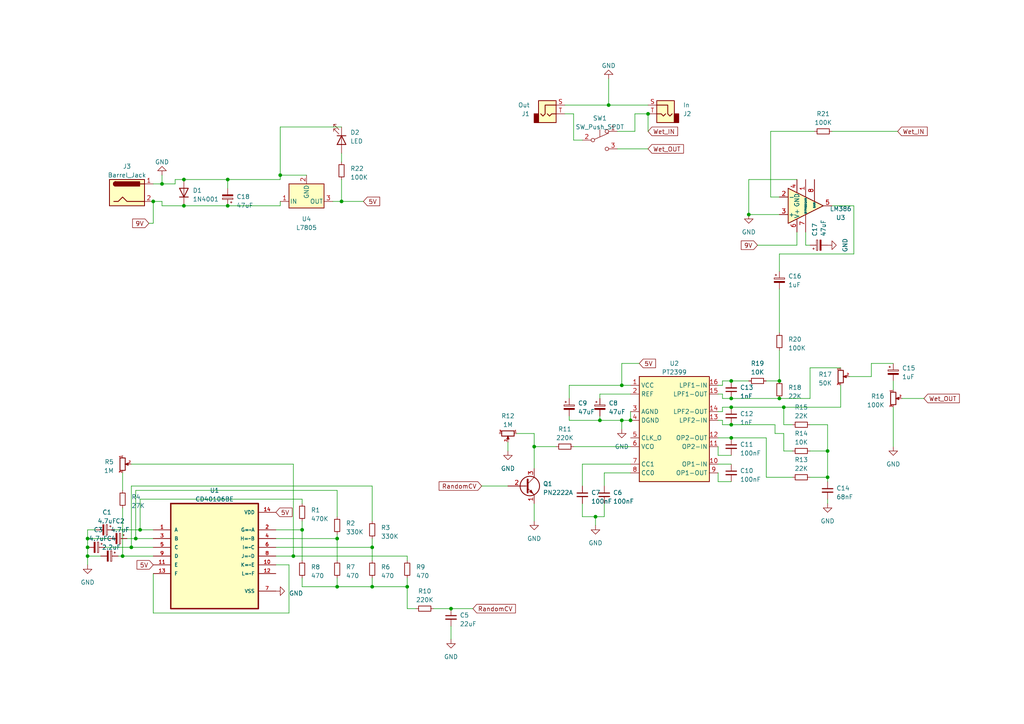
<source format=kicad_sch>
(kicad_sch (version 20230121) (generator eeschema)

  (uuid e32c7e44-502a-4f1a-9d19-ccf6c8027b00)

  (paper "A4")

  (lib_symbols
    (symbol "Amplifier_Audio:LM386" (pin_names (offset 0.127)) (in_bom yes) (on_board yes)
      (property "Reference" "U" (at 1.27 7.62 0)
        (effects (font (size 1.27 1.27)) (justify left))
      )
      (property "Value" "LM386" (at 1.27 5.08 0)
        (effects (font (size 1.27 1.27)) (justify left))
      )
      (property "Footprint" "" (at 2.54 2.54 0)
        (effects (font (size 1.27 1.27)) hide)
      )
      (property "Datasheet" "http://www.ti.com/lit/ds/symlink/lm386.pdf" (at 5.08 5.08 0)
        (effects (font (size 1.27 1.27)) hide)
      )
      (property "ki_keywords" "single Power opamp" (at 0 0 0)
        (effects (font (size 1.27 1.27)) hide)
      )
      (property "ki_description" "Low Voltage Audio Power Amplifier, DIP-8/SOIC-8/SSOP-8" (at 0 0 0)
        (effects (font (size 1.27 1.27)) hide)
      )
      (property "ki_fp_filters" "SOIC*3.9x4.9mm*P1.27mm* DIP*W7.62mm* MSSOP*P0.65mm* TSSOP*3x3mm*P0.5mm*" (at 0 0 0)
        (effects (font (size 1.27 1.27)) hide)
      )
      (symbol "LM386_0_1"
        (polyline
          (pts
            (xy 5.08 0)
            (xy -5.08 5.08)
            (xy -5.08 -5.08)
            (xy 5.08 0)
          )
          (stroke (width 0.254) (type default))
          (fill (type background))
        )
      )
      (symbol "LM386_1_1"
        (pin input line (at 0 -7.62 90) (length 5.08)
          (name "GAIN" (effects (font (size 0.508 0.508))))
          (number "1" (effects (font (size 1.27 1.27))))
        )
        (pin input line (at -7.62 -2.54 0) (length 2.54)
          (name "-" (effects (font (size 1.27 1.27))))
          (number "2" (effects (font (size 1.27 1.27))))
        )
        (pin input line (at -7.62 2.54 0) (length 2.54)
          (name "+" (effects (font (size 1.27 1.27))))
          (number "3" (effects (font (size 1.27 1.27))))
        )
        (pin power_in line (at -2.54 -7.62 90) (length 3.81)
          (name "GND" (effects (font (size 1.27 1.27))))
          (number "4" (effects (font (size 1.27 1.27))))
        )
        (pin output line (at 7.62 0 180) (length 2.54)
          (name "~" (effects (font (size 1.27 1.27))))
          (number "5" (effects (font (size 1.27 1.27))))
        )
        (pin power_in line (at -2.54 7.62 270) (length 3.81)
          (name "V+" (effects (font (size 1.27 1.27))))
          (number "6" (effects (font (size 1.27 1.27))))
        )
        (pin input line (at 0 7.62 270) (length 5.08)
          (name "BYPASS" (effects (font (size 0.508 0.508))))
          (number "7" (effects (font (size 1.27 1.27))))
        )
        (pin input line (at 2.54 -7.62 90) (length 6.35)
          (name "GAIN" (effects (font (size 0.508 0.508))))
          (number "8" (effects (font (size 1.27 1.27))))
        )
      )
    )
    (symbol "Audio:PT2399" (in_bom yes) (on_board yes)
      (property "Reference" "U" (at 0 17.78 0)
        (effects (font (size 1.27 1.27)))
      )
      (property "Value" "PT2399" (at 0 -17.78 0)
        (effects (font (size 1.27 1.27)))
      )
      (property "Footprint" "" (at 0 -10.16 0)
        (effects (font (size 1.27 1.27)) hide)
      )
      (property "Datasheet" "http://sound.westhost.com/pt2399.pdf" (at 0 -10.16 0)
        (effects (font (size 1.27 1.27)) hide)
      )
      (property "ki_keywords" "CMOS ADC DAC 44K Digital processing VCO" (at 0 0 0)
        (effects (font (size 1.27 1.27)) hide)
      )
      (property "ki_description" "Echo Processor IC" (at 0 0 0)
        (effects (font (size 1.27 1.27)) hide)
      )
      (property "ki_fp_filters" "DIP-16*" (at 0 0 0)
        (effects (font (size 1.27 1.27)) hide)
      )
      (symbol "PT2399_0_1"
        (rectangle (start -10.16 15.24) (end 10.16 -15.24)
          (stroke (width 0.254) (type default))
          (fill (type background))
        )
      )
      (symbol "PT2399_1_1"
        (pin power_in line (at -12.7 12.7 0) (length 2.54)
          (name "VCC" (effects (font (size 1.27 1.27))))
          (number "1" (effects (font (size 1.27 1.27))))
        )
        (pin input line (at 12.7 -10.16 180) (length 2.54)
          (name "OP1-IN" (effects (font (size 1.27 1.27))))
          (number "10" (effects (font (size 1.27 1.27))))
        )
        (pin input line (at 12.7 -5.08 180) (length 2.54)
          (name "OP2-IN" (effects (font (size 1.27 1.27))))
          (number "11" (effects (font (size 1.27 1.27))))
        )
        (pin output line (at 12.7 -2.54 180) (length 2.54)
          (name "OP2-OUT" (effects (font (size 1.27 1.27))))
          (number "12" (effects (font (size 1.27 1.27))))
        )
        (pin input line (at 12.7 2.54 180) (length 2.54)
          (name "LPF2-IN" (effects (font (size 1.27 1.27))))
          (number "13" (effects (font (size 1.27 1.27))))
        )
        (pin output line (at 12.7 5.08 180) (length 2.54)
          (name "LPF2-OUT" (effects (font (size 1.27 1.27))))
          (number "14" (effects (font (size 1.27 1.27))))
        )
        (pin output line (at 12.7 10.16 180) (length 2.54)
          (name "LPF1-OUT" (effects (font (size 1.27 1.27))))
          (number "15" (effects (font (size 1.27 1.27))))
        )
        (pin input line (at 12.7 12.7 180) (length 2.54)
          (name "LPF1-IN" (effects (font (size 1.27 1.27))))
          (number "16" (effects (font (size 1.27 1.27))))
        )
        (pin passive line (at -12.7 10.16 0) (length 2.54)
          (name "REF" (effects (font (size 1.27 1.27))))
          (number "2" (effects (font (size 1.27 1.27))))
        )
        (pin power_in line (at -12.7 5.08 0) (length 2.54)
          (name "AGND" (effects (font (size 1.27 1.27))))
          (number "3" (effects (font (size 1.27 1.27))))
        )
        (pin power_in line (at -12.7 2.54 0) (length 2.54)
          (name "DGND" (effects (font (size 1.27 1.27))))
          (number "4" (effects (font (size 1.27 1.27))))
        )
        (pin passive line (at -12.7 -2.54 0) (length 2.54)
          (name "CLK_O" (effects (font (size 1.27 1.27))))
          (number "5" (effects (font (size 1.27 1.27))))
        )
        (pin passive line (at -12.7 -5.08 0) (length 2.54)
          (name "VCO" (effects (font (size 1.27 1.27))))
          (number "6" (effects (font (size 1.27 1.27))))
        )
        (pin passive line (at -12.7 -10.16 0) (length 2.54)
          (name "CC1" (effects (font (size 1.27 1.27))))
          (number "7" (effects (font (size 1.27 1.27))))
        )
        (pin passive line (at -12.7 -12.7 0) (length 2.54)
          (name "CC0" (effects (font (size 1.27 1.27))))
          (number "8" (effects (font (size 1.27 1.27))))
        )
        (pin output line (at 12.7 -12.7 180) (length 2.54)
          (name "OP1-OUT" (effects (font (size 1.27 1.27))))
          (number "9" (effects (font (size 1.27 1.27))))
        )
      )
    )
    (symbol "CD40106BE:CD40106BE" (pin_names (offset 1.016)) (in_bom yes) (on_board yes)
      (property "Reference" "U" (at -12.7 16.24 0)
        (effects (font (size 1.27 1.27)) (justify left bottom))
      )
      (property "Value" "CD40106BE" (at -12.7 -19.24 0)
        (effects (font (size 1.27 1.27)) (justify left bottom))
      )
      (property "Footprint" "CD40106BE:DIP794W45P254L1969H508Q14" (at 0 0 0)
        (effects (font (size 1.27 1.27)) (justify bottom) hide)
      )
      (property "Datasheet" "" (at 0 0 0)
        (effects (font (size 1.27 1.27)) hide)
      )
      (property "MF" "Texas Instruments" (at 0 0 0)
        (effects (font (size 1.27 1.27)) (justify bottom) hide)
      )
      (property "Description" "\n6-ch, 3-V to 18-V inverters with Schmitt-Trigger inputs\n" (at 0 0 0)
        (effects (font (size 1.27 1.27)) (justify bottom) hide)
      )
      (property "Package" "PDIP-14 Texas Instruments" (at 0 0 0)
        (effects (font (size 1.27 1.27)) (justify bottom) hide)
      )
      (property "Price" "None" (at 0 0 0)
        (effects (font (size 1.27 1.27)) (justify bottom) hide)
      )
      (property "SnapEDA_Link" "https://www.snapeda.com/parts/CD40106BE/Texas+Instruments/view-part/?ref=snap" (at 0 0 0)
        (effects (font (size 1.27 1.27)) (justify bottom) hide)
      )
      (property "MP" "CD40106BE" (at 0 0 0)
        (effects (font (size 1.27 1.27)) (justify bottom) hide)
      )
      (property "Purchase-URL" "https://www.snapeda.com/api/url_track_click_mouser/?unipart_id=290436&manufacturer=Texas Instruments&part_name=CD40106BE&search_term=None" (at 0 0 0)
        (effects (font (size 1.27 1.27)) (justify bottom) hide)
      )
      (property "Availability" "In Stock" (at 0 0 0)
        (effects (font (size 1.27 1.27)) (justify bottom) hide)
      )
      (property "Check_prices" "https://www.snapeda.com/parts/CD40106BE/Texas+Instruments/view-part/?ref=eda" (at 0 0 0)
        (effects (font (size 1.27 1.27)) (justify bottom) hide)
      )
      (symbol "CD40106BE_0_0"
        (rectangle (start -12.7 -15.24) (end 12.7 15.24)
          (stroke (width 0.41) (type default))
          (fill (type background))
        )
        (pin input line (at -17.78 7.62 0) (length 5.08)
          (name "A" (effects (font (size 1.016 1.016))))
          (number "1" (effects (font (size 1.016 1.016))))
        )
        (pin output line (at 17.78 -2.54 180) (length 5.08)
          (name "K=~E" (effects (font (size 1.016 1.016))))
          (number "10" (effects (font (size 1.016 1.016))))
        )
        (pin input line (at -17.78 -2.54 0) (length 5.08)
          (name "E" (effects (font (size 1.016 1.016))))
          (number "11" (effects (font (size 1.016 1.016))))
        )
        (pin output line (at 17.78 -5.08 180) (length 5.08)
          (name "L=~F" (effects (font (size 1.016 1.016))))
          (number "12" (effects (font (size 1.016 1.016))))
        )
        (pin input line (at -17.78 -5.08 0) (length 5.08)
          (name "F" (effects (font (size 1.016 1.016))))
          (number "13" (effects (font (size 1.016 1.016))))
        )
        (pin power_in line (at 17.78 12.7 180) (length 5.08)
          (name "VDD" (effects (font (size 1.016 1.016))))
          (number "14" (effects (font (size 1.016 1.016))))
        )
        (pin output line (at 17.78 7.62 180) (length 5.08)
          (name "G=~A" (effects (font (size 1.016 1.016))))
          (number "2" (effects (font (size 1.016 1.016))))
        )
        (pin input line (at -17.78 5.08 0) (length 5.08)
          (name "B" (effects (font (size 1.016 1.016))))
          (number "3" (effects (font (size 1.016 1.016))))
        )
        (pin output line (at 17.78 5.08 180) (length 5.08)
          (name "H=~B" (effects (font (size 1.016 1.016))))
          (number "4" (effects (font (size 1.016 1.016))))
        )
        (pin input line (at -17.78 2.54 0) (length 5.08)
          (name "C" (effects (font (size 1.016 1.016))))
          (number "5" (effects (font (size 1.016 1.016))))
        )
        (pin output line (at 17.78 2.54 180) (length 5.08)
          (name "I=~C" (effects (font (size 1.016 1.016))))
          (number "6" (effects (font (size 1.016 1.016))))
        )
        (pin power_in line (at 17.78 -10.16 180) (length 5.08)
          (name "VSS" (effects (font (size 1.016 1.016))))
          (number "7" (effects (font (size 1.016 1.016))))
        )
        (pin output line (at 17.78 0 180) (length 5.08)
          (name "J=~D" (effects (font (size 1.016 1.016))))
          (number "8" (effects (font (size 1.016 1.016))))
        )
        (pin input line (at -17.78 0 0) (length 5.08)
          (name "D" (effects (font (size 1.016 1.016))))
          (number "9" (effects (font (size 1.016 1.016))))
        )
      )
    )
    (symbol "Connector:Barrel_Jack" (pin_names (offset 1.016)) (in_bom yes) (on_board yes)
      (property "Reference" "J" (at 0 5.334 0)
        (effects (font (size 1.27 1.27)))
      )
      (property "Value" "Barrel_Jack" (at 0 -5.08 0)
        (effects (font (size 1.27 1.27)))
      )
      (property "Footprint" "" (at 1.27 -1.016 0)
        (effects (font (size 1.27 1.27)) hide)
      )
      (property "Datasheet" "~" (at 1.27 -1.016 0)
        (effects (font (size 1.27 1.27)) hide)
      )
      (property "ki_keywords" "DC power barrel jack connector" (at 0 0 0)
        (effects (font (size 1.27 1.27)) hide)
      )
      (property "ki_description" "DC Barrel Jack" (at 0 0 0)
        (effects (font (size 1.27 1.27)) hide)
      )
      (property "ki_fp_filters" "BarrelJack*" (at 0 0 0)
        (effects (font (size 1.27 1.27)) hide)
      )
      (symbol "Barrel_Jack_0_1"
        (rectangle (start -5.08 3.81) (end 5.08 -3.81)
          (stroke (width 0.254) (type default))
          (fill (type background))
        )
        (arc (start -3.302 3.175) (mid -3.9343 2.54) (end -3.302 1.905)
          (stroke (width 0.254) (type default))
          (fill (type none))
        )
        (arc (start -3.302 3.175) (mid -3.9343 2.54) (end -3.302 1.905)
          (stroke (width 0.254) (type default))
          (fill (type outline))
        )
        (polyline
          (pts
            (xy 5.08 2.54)
            (xy 3.81 2.54)
          )
          (stroke (width 0.254) (type default))
          (fill (type none))
        )
        (polyline
          (pts
            (xy -3.81 -2.54)
            (xy -2.54 -2.54)
            (xy -1.27 -1.27)
            (xy 0 -2.54)
            (xy 2.54 -2.54)
            (xy 5.08 -2.54)
          )
          (stroke (width 0.254) (type default))
          (fill (type none))
        )
        (rectangle (start 3.683 3.175) (end -3.302 1.905)
          (stroke (width 0.254) (type default))
          (fill (type outline))
        )
      )
      (symbol "Barrel_Jack_1_1"
        (pin passive line (at 7.62 2.54 180) (length 2.54)
          (name "~" (effects (font (size 1.27 1.27))))
          (number "1" (effects (font (size 1.27 1.27))))
        )
        (pin passive line (at 7.62 -2.54 180) (length 2.54)
          (name "~" (effects (font (size 1.27 1.27))))
          (number "2" (effects (font (size 1.27 1.27))))
        )
      )
    )
    (symbol "Connector_Audio:AudioJack2" (in_bom yes) (on_board yes)
      (property "Reference" "J" (at 0 8.89 0)
        (effects (font (size 1.27 1.27)))
      )
      (property "Value" "AudioJack2" (at 0 6.35 0)
        (effects (font (size 1.27 1.27)))
      )
      (property "Footprint" "" (at 0 0 0)
        (effects (font (size 1.27 1.27)) hide)
      )
      (property "Datasheet" "~" (at 0 0 0)
        (effects (font (size 1.27 1.27)) hide)
      )
      (property "ki_keywords" "audio jack receptacle mono phone headphone TS connector" (at 0 0 0)
        (effects (font (size 1.27 1.27)) hide)
      )
      (property "ki_description" "Audio Jack, 2 Poles (Mono / TS)" (at 0 0 0)
        (effects (font (size 1.27 1.27)) hide)
      )
      (property "ki_fp_filters" "Jack*" (at 0 0 0)
        (effects (font (size 1.27 1.27)) hide)
      )
      (symbol "AudioJack2_0_1"
        (rectangle (start -3.81 0) (end -2.54 -2.54)
          (stroke (width 0.254) (type default))
          (fill (type outline))
        )
        (rectangle (start -2.54 3.81) (end 2.54 -2.54)
          (stroke (width 0.254) (type default))
          (fill (type background))
        )
        (polyline
          (pts
            (xy 0 0)
            (xy 0.635 -0.635)
            (xy 1.27 0)
            (xy 2.54 0)
          )
          (stroke (width 0.254) (type default))
          (fill (type none))
        )
        (polyline
          (pts
            (xy 2.54 2.54)
            (xy -0.635 2.54)
            (xy -0.635 0)
            (xy -1.27 -0.635)
            (xy -1.905 0)
          )
          (stroke (width 0.254) (type default))
          (fill (type none))
        )
      )
      (symbol "AudioJack2_1_1"
        (pin passive line (at 5.08 2.54 180) (length 2.54)
          (name "~" (effects (font (size 1.27 1.27))))
          (number "S" (effects (font (size 1.27 1.27))))
        )
        (pin passive line (at 5.08 0 180) (length 2.54)
          (name "~" (effects (font (size 1.27 1.27))))
          (number "T" (effects (font (size 1.27 1.27))))
        )
      )
    )
    (symbol "Device:C_Polarized_Small" (pin_numbers hide) (pin_names (offset 0.254) hide) (in_bom yes) (on_board yes)
      (property "Reference" "C" (at 0.254 1.778 0)
        (effects (font (size 1.27 1.27)) (justify left))
      )
      (property "Value" "C_Polarized_Small" (at 0.254 -2.032 0)
        (effects (font (size 1.27 1.27)) (justify left))
      )
      (property "Footprint" "" (at 0 0 0)
        (effects (font (size 1.27 1.27)) hide)
      )
      (property "Datasheet" "~" (at 0 0 0)
        (effects (font (size 1.27 1.27)) hide)
      )
      (property "ki_keywords" "cap capacitor" (at 0 0 0)
        (effects (font (size 1.27 1.27)) hide)
      )
      (property "ki_description" "Polarized capacitor, small symbol" (at 0 0 0)
        (effects (font (size 1.27 1.27)) hide)
      )
      (property "ki_fp_filters" "CP_*" (at 0 0 0)
        (effects (font (size 1.27 1.27)) hide)
      )
      (symbol "C_Polarized_Small_0_1"
        (rectangle (start -1.524 -0.3048) (end 1.524 -0.6858)
          (stroke (width 0) (type default))
          (fill (type outline))
        )
        (rectangle (start -1.524 0.6858) (end 1.524 0.3048)
          (stroke (width 0) (type default))
          (fill (type none))
        )
        (polyline
          (pts
            (xy -1.27 1.524)
            (xy -0.762 1.524)
          )
          (stroke (width 0) (type default))
          (fill (type none))
        )
        (polyline
          (pts
            (xy -1.016 1.27)
            (xy -1.016 1.778)
          )
          (stroke (width 0) (type default))
          (fill (type none))
        )
      )
      (symbol "C_Polarized_Small_1_1"
        (pin passive line (at 0 2.54 270) (length 1.8542)
          (name "~" (effects (font (size 1.27 1.27))))
          (number "1" (effects (font (size 1.27 1.27))))
        )
        (pin passive line (at 0 -2.54 90) (length 1.8542)
          (name "~" (effects (font (size 1.27 1.27))))
          (number "2" (effects (font (size 1.27 1.27))))
        )
      )
    )
    (symbol "Device:C_Small" (pin_numbers hide) (pin_names (offset 0.254) hide) (in_bom yes) (on_board yes)
      (property "Reference" "C" (at 0.254 1.778 0)
        (effects (font (size 1.27 1.27)) (justify left))
      )
      (property "Value" "C_Small" (at 0.254 -2.032 0)
        (effects (font (size 1.27 1.27)) (justify left))
      )
      (property "Footprint" "" (at 0 0 0)
        (effects (font (size 1.27 1.27)) hide)
      )
      (property "Datasheet" "~" (at 0 0 0)
        (effects (font (size 1.27 1.27)) hide)
      )
      (property "ki_keywords" "capacitor cap" (at 0 0 0)
        (effects (font (size 1.27 1.27)) hide)
      )
      (property "ki_description" "Unpolarized capacitor, small symbol" (at 0 0 0)
        (effects (font (size 1.27 1.27)) hide)
      )
      (property "ki_fp_filters" "C_*" (at 0 0 0)
        (effects (font (size 1.27 1.27)) hide)
      )
      (symbol "C_Small_0_1"
        (polyline
          (pts
            (xy -1.524 -0.508)
            (xy 1.524 -0.508)
          )
          (stroke (width 0.3302) (type default))
          (fill (type none))
        )
        (polyline
          (pts
            (xy -1.524 0.508)
            (xy 1.524 0.508)
          )
          (stroke (width 0.3048) (type default))
          (fill (type none))
        )
      )
      (symbol "C_Small_1_1"
        (pin passive line (at 0 2.54 270) (length 2.032)
          (name "~" (effects (font (size 1.27 1.27))))
          (number "1" (effects (font (size 1.27 1.27))))
        )
        (pin passive line (at 0 -2.54 90) (length 2.032)
          (name "~" (effects (font (size 1.27 1.27))))
          (number "2" (effects (font (size 1.27 1.27))))
        )
      )
    )
    (symbol "Device:LED" (pin_numbers hide) (pin_names (offset 1.016) hide) (in_bom yes) (on_board yes)
      (property "Reference" "D" (at 0 2.54 0)
        (effects (font (size 1.27 1.27)))
      )
      (property "Value" "LED" (at 0 -2.54 0)
        (effects (font (size 1.27 1.27)))
      )
      (property "Footprint" "" (at 0 0 0)
        (effects (font (size 1.27 1.27)) hide)
      )
      (property "Datasheet" "~" (at 0 0 0)
        (effects (font (size 1.27 1.27)) hide)
      )
      (property "ki_keywords" "LED diode" (at 0 0 0)
        (effects (font (size 1.27 1.27)) hide)
      )
      (property "ki_description" "Light emitting diode" (at 0 0 0)
        (effects (font (size 1.27 1.27)) hide)
      )
      (property "ki_fp_filters" "LED* LED_SMD:* LED_THT:*" (at 0 0 0)
        (effects (font (size 1.27 1.27)) hide)
      )
      (symbol "LED_0_1"
        (polyline
          (pts
            (xy -1.27 -1.27)
            (xy -1.27 1.27)
          )
          (stroke (width 0.254) (type default))
          (fill (type none))
        )
        (polyline
          (pts
            (xy -1.27 0)
            (xy 1.27 0)
          )
          (stroke (width 0) (type default))
          (fill (type none))
        )
        (polyline
          (pts
            (xy 1.27 -1.27)
            (xy 1.27 1.27)
            (xy -1.27 0)
            (xy 1.27 -1.27)
          )
          (stroke (width 0.254) (type default))
          (fill (type none))
        )
        (polyline
          (pts
            (xy -3.048 -0.762)
            (xy -4.572 -2.286)
            (xy -3.81 -2.286)
            (xy -4.572 -2.286)
            (xy -4.572 -1.524)
          )
          (stroke (width 0) (type default))
          (fill (type none))
        )
        (polyline
          (pts
            (xy -1.778 -0.762)
            (xy -3.302 -2.286)
            (xy -2.54 -2.286)
            (xy -3.302 -2.286)
            (xy -3.302 -1.524)
          )
          (stroke (width 0) (type default))
          (fill (type none))
        )
      )
      (symbol "LED_1_1"
        (pin passive line (at -3.81 0 0) (length 2.54)
          (name "K" (effects (font (size 1.27 1.27))))
          (number "1" (effects (font (size 1.27 1.27))))
        )
        (pin passive line (at 3.81 0 180) (length 2.54)
          (name "A" (effects (font (size 1.27 1.27))))
          (number "2" (effects (font (size 1.27 1.27))))
        )
      )
    )
    (symbol "Device:R_Potentiometer_Small" (pin_names (offset 1.016) hide) (in_bom yes) (on_board yes)
      (property "Reference" "RV" (at -4.445 0 90)
        (effects (font (size 1.27 1.27)))
      )
      (property "Value" "R_Potentiometer_Small" (at -2.54 0 90)
        (effects (font (size 1.27 1.27)))
      )
      (property "Footprint" "" (at 0 0 0)
        (effects (font (size 1.27 1.27)) hide)
      )
      (property "Datasheet" "~" (at 0 0 0)
        (effects (font (size 1.27 1.27)) hide)
      )
      (property "ki_keywords" "resistor variable" (at 0 0 0)
        (effects (font (size 1.27 1.27)) hide)
      )
      (property "ki_description" "Potentiometer" (at 0 0 0)
        (effects (font (size 1.27 1.27)) hide)
      )
      (property "ki_fp_filters" "Potentiometer*" (at 0 0 0)
        (effects (font (size 1.27 1.27)) hide)
      )
      (symbol "R_Potentiometer_Small_0_1"
        (polyline
          (pts
            (xy 0.889 0)
            (xy 0.635 0)
            (xy 1.651 0.381)
            (xy 1.651 -0.381)
            (xy 0.635 0)
            (xy 0.889 0)
          )
          (stroke (width 0) (type default))
          (fill (type outline))
        )
        (rectangle (start 0.762 1.8034) (end -0.762 -1.8034)
          (stroke (width 0.254) (type default))
          (fill (type none))
        )
      )
      (symbol "R_Potentiometer_Small_1_1"
        (pin passive line (at 0 2.54 270) (length 0.635)
          (name "1" (effects (font (size 0.635 0.635))))
          (number "1" (effects (font (size 0.635 0.635))))
        )
        (pin passive line (at 2.54 0 180) (length 0.9906)
          (name "2" (effects (font (size 0.635 0.635))))
          (number "2" (effects (font (size 0.635 0.635))))
        )
        (pin passive line (at 0 -2.54 90) (length 0.635)
          (name "3" (effects (font (size 0.635 0.635))))
          (number "3" (effects (font (size 0.635 0.635))))
        )
      )
    )
    (symbol "Device:R_Small" (pin_numbers hide) (pin_names (offset 0.254) hide) (in_bom yes) (on_board yes)
      (property "Reference" "R" (at 0.762 0.508 0)
        (effects (font (size 1.27 1.27)) (justify left))
      )
      (property "Value" "R_Small" (at 0.762 -1.016 0)
        (effects (font (size 1.27 1.27)) (justify left))
      )
      (property "Footprint" "" (at 0 0 0)
        (effects (font (size 1.27 1.27)) hide)
      )
      (property "Datasheet" "~" (at 0 0 0)
        (effects (font (size 1.27 1.27)) hide)
      )
      (property "ki_keywords" "R resistor" (at 0 0 0)
        (effects (font (size 1.27 1.27)) hide)
      )
      (property "ki_description" "Resistor, small symbol" (at 0 0 0)
        (effects (font (size 1.27 1.27)) hide)
      )
      (property "ki_fp_filters" "R_*" (at 0 0 0)
        (effects (font (size 1.27 1.27)) hide)
      )
      (symbol "R_Small_0_1"
        (rectangle (start -0.762 1.778) (end 0.762 -1.778)
          (stroke (width 0.2032) (type default))
          (fill (type none))
        )
      )
      (symbol "R_Small_1_1"
        (pin passive line (at 0 2.54 270) (length 0.762)
          (name "~" (effects (font (size 1.27 1.27))))
          (number "1" (effects (font (size 1.27 1.27))))
        )
        (pin passive line (at 0 -2.54 90) (length 0.762)
          (name "~" (effects (font (size 1.27 1.27))))
          (number "2" (effects (font (size 1.27 1.27))))
        )
      )
    )
    (symbol "Diode:1N4001" (pin_numbers hide) (pin_names hide) (in_bom yes) (on_board yes)
      (property "Reference" "D" (at 0 2.54 0)
        (effects (font (size 1.27 1.27)))
      )
      (property "Value" "1N4001" (at 0 -2.54 0)
        (effects (font (size 1.27 1.27)))
      )
      (property "Footprint" "Diode_THT:D_DO-41_SOD81_P10.16mm_Horizontal" (at 0 0 0)
        (effects (font (size 1.27 1.27)) hide)
      )
      (property "Datasheet" "http://www.vishay.com/docs/88503/1n4001.pdf" (at 0 0 0)
        (effects (font (size 1.27 1.27)) hide)
      )
      (property "Sim.Device" "D" (at 0 0 0)
        (effects (font (size 1.27 1.27)) hide)
      )
      (property "Sim.Pins" "1=K 2=A" (at 0 0 0)
        (effects (font (size 1.27 1.27)) hide)
      )
      (property "ki_keywords" "diode" (at 0 0 0)
        (effects (font (size 1.27 1.27)) hide)
      )
      (property "ki_description" "50V 1A General Purpose Rectifier Diode, DO-41" (at 0 0 0)
        (effects (font (size 1.27 1.27)) hide)
      )
      (property "ki_fp_filters" "D*DO?41*" (at 0 0 0)
        (effects (font (size 1.27 1.27)) hide)
      )
      (symbol "1N4001_0_1"
        (polyline
          (pts
            (xy -1.27 1.27)
            (xy -1.27 -1.27)
          )
          (stroke (width 0.254) (type default))
          (fill (type none))
        )
        (polyline
          (pts
            (xy 1.27 0)
            (xy -1.27 0)
          )
          (stroke (width 0) (type default))
          (fill (type none))
        )
        (polyline
          (pts
            (xy 1.27 1.27)
            (xy 1.27 -1.27)
            (xy -1.27 0)
            (xy 1.27 1.27)
          )
          (stroke (width 0.254) (type default))
          (fill (type none))
        )
      )
      (symbol "1N4001_1_1"
        (pin passive line (at -3.81 0 0) (length 2.54)
          (name "K" (effects (font (size 1.27 1.27))))
          (number "1" (effects (font (size 1.27 1.27))))
        )
        (pin passive line (at 3.81 0 180) (length 2.54)
          (name "A" (effects (font (size 1.27 1.27))))
          (number "2" (effects (font (size 1.27 1.27))))
        )
      )
    )
    (symbol "Regulator_Linear:L7805" (pin_names (offset 0.254)) (in_bom yes) (on_board yes)
      (property "Reference" "U" (at -3.81 3.175 0)
        (effects (font (size 1.27 1.27)))
      )
      (property "Value" "L7805" (at 0 3.175 0)
        (effects (font (size 1.27 1.27)) (justify left))
      )
      (property "Footprint" "" (at 0.635 -3.81 0)
        (effects (font (size 1.27 1.27) italic) (justify left) hide)
      )
      (property "Datasheet" "http://www.st.com/content/ccc/resource/technical/document/datasheet/41/4f/b3/b0/12/d4/47/88/CD00000444.pdf/files/CD00000444.pdf/jcr:content/translations/en.CD00000444.pdf" (at 0 -1.27 0)
        (effects (font (size 1.27 1.27)) hide)
      )
      (property "ki_keywords" "Voltage Regulator 1.5A Positive" (at 0 0 0)
        (effects (font (size 1.27 1.27)) hide)
      )
      (property "ki_description" "Positive 1.5A 35V Linear Regulator, Fixed Output 5V, TO-220/TO-263/TO-252" (at 0 0 0)
        (effects (font (size 1.27 1.27)) hide)
      )
      (property "ki_fp_filters" "TO?252* TO?263* TO?220*" (at 0 0 0)
        (effects (font (size 1.27 1.27)) hide)
      )
      (symbol "L7805_0_1"
        (rectangle (start -5.08 1.905) (end 5.08 -5.08)
          (stroke (width 0.254) (type default))
          (fill (type background))
        )
      )
      (symbol "L7805_1_1"
        (pin power_in line (at -7.62 0 0) (length 2.54)
          (name "IN" (effects (font (size 1.27 1.27))))
          (number "1" (effects (font (size 1.27 1.27))))
        )
        (pin power_in line (at 0 -7.62 90) (length 2.54)
          (name "GND" (effects (font (size 1.27 1.27))))
          (number "2" (effects (font (size 1.27 1.27))))
        )
        (pin power_out line (at 7.62 0 180) (length 2.54)
          (name "OUT" (effects (font (size 1.27 1.27))))
          (number "3" (effects (font (size 1.27 1.27))))
        )
      )
    )
    (symbol "Switch:SW_Push_SPDT" (pin_names (offset 0) hide) (in_bom yes) (on_board yes)
      (property "Reference" "SW" (at 0 4.318 0)
        (effects (font (size 1.27 1.27)))
      )
      (property "Value" "SW_Push_SPDT" (at 0 -5.08 0)
        (effects (font (size 1.27 1.27)))
      )
      (property "Footprint" "" (at 0 0 0)
        (effects (font (size 1.27 1.27)) hide)
      )
      (property "Datasheet" "~" (at 0 0 0)
        (effects (font (size 1.27 1.27)) hide)
      )
      (property "ki_keywords" "switch single-pole double-throw spdt ON-ON" (at 0 0 0)
        (effects (font (size 1.27 1.27)) hide)
      )
      (property "ki_description" "Momentary Switch, single pole double throw" (at 0 0 0)
        (effects (font (size 1.27 1.27)) hide)
      )
      (symbol "SW_Push_SPDT_0_0"
        (circle (center -2.032 0) (radius 0.508)
          (stroke (width 0) (type default))
          (fill (type none))
        )
        (polyline
          (pts
            (xy 0 1.016)
            (xy 0 3.048)
          )
          (stroke (width 0) (type default))
          (fill (type none))
        )
        (circle (center 2.032 -2.54) (radius 0.508)
          (stroke (width 0) (type default))
          (fill (type none))
        )
      )
      (symbol "SW_Push_SPDT_0_1"
        (polyline
          (pts
            (xy -1.524 0.254)
            (xy 2.54 2.032)
          )
          (stroke (width 0) (type default))
          (fill (type none))
        )
        (circle (center 2.032 2.54) (radius 0.508)
          (stroke (width 0) (type default))
          (fill (type none))
        )
      )
      (symbol "SW_Push_SPDT_1_1"
        (pin passive line (at 5.08 2.54 180) (length 2.54)
          (name "A" (effects (font (size 1.27 1.27))))
          (number "1" (effects (font (size 1.27 1.27))))
        )
        (pin passive line (at -5.08 0 0) (length 2.54)
          (name "B" (effects (font (size 1.27 1.27))))
          (number "2" (effects (font (size 1.27 1.27))))
        )
        (pin passive line (at 5.08 -2.54 180) (length 2.54)
          (name "C" (effects (font (size 1.27 1.27))))
          (number "3" (effects (font (size 1.27 1.27))))
        )
      )
    )
    (symbol "Transistor_BJT:PN2222A" (pin_names (offset 0) hide) (in_bom yes) (on_board yes)
      (property "Reference" "Q" (at 5.08 1.905 0)
        (effects (font (size 1.27 1.27)) (justify left))
      )
      (property "Value" "PN2222A" (at 5.08 0 0)
        (effects (font (size 1.27 1.27)) (justify left))
      )
      (property "Footprint" "Package_TO_SOT_THT:TO-92_Inline" (at 5.08 -1.905 0)
        (effects (font (size 1.27 1.27) italic) (justify left) hide)
      )
      (property "Datasheet" "https://www.onsemi.com/pub/Collateral/PN2222-D.PDF" (at 0 0 0)
        (effects (font (size 1.27 1.27)) (justify left) hide)
      )
      (property "ki_keywords" "NPN Transistor" (at 0 0 0)
        (effects (font (size 1.27 1.27)) hide)
      )
      (property "ki_description" "1A Ic, 40V Vce, NPN Transistor, General Purpose Transistor, TO-92" (at 0 0 0)
        (effects (font (size 1.27 1.27)) hide)
      )
      (property "ki_fp_filters" "TO?92*" (at 0 0 0)
        (effects (font (size 1.27 1.27)) hide)
      )
      (symbol "PN2222A_0_1"
        (polyline
          (pts
            (xy 0 0)
            (xy 0.635 0)
          )
          (stroke (width 0) (type default))
          (fill (type none))
        )
        (polyline
          (pts
            (xy 2.54 -2.54)
            (xy 0.635 -0.635)
          )
          (stroke (width 0) (type default))
          (fill (type none))
        )
        (polyline
          (pts
            (xy 2.54 2.54)
            (xy 0.635 0.635)
          )
          (stroke (width 0) (type default))
          (fill (type none))
        )
        (polyline
          (pts
            (xy 0.635 1.905)
            (xy 0.635 -1.905)
            (xy 0.635 -1.905)
          )
          (stroke (width 0.508) (type default))
          (fill (type none))
        )
        (polyline
          (pts
            (xy 2.413 -2.413)
            (xy 1.905 -1.905)
            (xy 1.905 -1.905)
          )
          (stroke (width 0) (type default))
          (fill (type none))
        )
        (polyline
          (pts
            (xy 1.143 -1.651)
            (xy 1.651 -1.143)
            (xy 2.159 -2.159)
            (xy 1.143 -1.651)
            (xy 1.143 -1.651)
          )
          (stroke (width 0) (type default))
          (fill (type outline))
        )
        (circle (center 1.27 0) (radius 2.8194)
          (stroke (width 0.254) (type default))
          (fill (type none))
        )
      )
      (symbol "PN2222A_1_1"
        (pin passive line (at 2.54 -5.08 90) (length 2.54)
          (name "E" (effects (font (size 1.27 1.27))))
          (number "1" (effects (font (size 1.27 1.27))))
        )
        (pin input line (at -5.08 0 0) (length 5.08)
          (name "B" (effects (font (size 1.27 1.27))))
          (number "2" (effects (font (size 1.27 1.27))))
        )
        (pin passive line (at 2.54 5.08 270) (length 2.54)
          (name "C" (effects (font (size 1.27 1.27))))
          (number "3" (effects (font (size 1.27 1.27))))
        )
      )
    )
    (symbol "power:GND" (power) (pin_names (offset 0)) (in_bom yes) (on_board yes)
      (property "Reference" "#PWR" (at 0 -6.35 0)
        (effects (font (size 1.27 1.27)) hide)
      )
      (property "Value" "GND" (at 0 -3.81 0)
        (effects (font (size 1.27 1.27)))
      )
      (property "Footprint" "" (at 0 0 0)
        (effects (font (size 1.27 1.27)) hide)
      )
      (property "Datasheet" "" (at 0 0 0)
        (effects (font (size 1.27 1.27)) hide)
      )
      (property "ki_keywords" "global power" (at 0 0 0)
        (effects (font (size 1.27 1.27)) hide)
      )
      (property "ki_description" "Power symbol creates a global label with name \"GND\" , ground" (at 0 0 0)
        (effects (font (size 1.27 1.27)) hide)
      )
      (symbol "GND_0_1"
        (polyline
          (pts
            (xy 0 0)
            (xy 0 -1.27)
            (xy 1.27 -1.27)
            (xy 0 -2.54)
            (xy -1.27 -1.27)
            (xy 0 -1.27)
          )
          (stroke (width 0) (type default))
          (fill (type none))
        )
      )
      (symbol "GND_1_1"
        (pin power_in line (at 0 0 270) (length 0) hide
          (name "GND" (effects (font (size 1.27 1.27))))
          (number "1" (effects (font (size 1.27 1.27))))
        )
      )
    )
  )

  (junction (at 44.45 58.42) (diameter 0) (color 0 0 0 0)
    (uuid 00263d51-8510-48e8-8f01-0cfd3404fe7d)
  )
  (junction (at 107.95 170.18) (diameter 0) (color 0 0 0 0)
    (uuid 026d6f31-d420-485d-9fff-767766880c3d)
  )
  (junction (at 187.96 33.02) (diameter 0) (color 0 0 0 0)
    (uuid 0609847a-ccf2-43a1-ba75-4b983a051a05)
  )
  (junction (at 173.99 121.92) (diameter 0) (color 0 0 0 0)
    (uuid 078b6bb1-6af5-41c2-95c6-3ab2262af0fb)
  )
  (junction (at 53.34 59.69) (diameter 0) (color 0 0 0 0)
    (uuid 07daa311-04a6-44d0-9cb6-a27e47f2936a)
  )
  (junction (at 176.53 30.48) (diameter 0) (color 0 0 0 0)
    (uuid 1098e96a-80f5-48f3-bf34-0fff5abcbccb)
  )
  (junction (at 154.94 129.54) (diameter 0) (color 0 0 0 0)
    (uuid 16763e3b-8d2e-4389-b837-f25b149b80a1)
  )
  (junction (at 130.81 176.53) (diameter 0) (color 0 0 0 0)
    (uuid 200084a7-2fab-4b40-a83d-3a7e68cba0ee)
  )
  (junction (at 180.34 111.76) (diameter 0) (color 0 0 0 0)
    (uuid 20ea438d-0bbb-4956-b913-ab1ae9593a20)
  )
  (junction (at 40.64 153.67) (diameter 0) (color 0 0 0 0)
    (uuid 24028c0b-e00d-4340-85b4-d745651f835b)
  )
  (junction (at 25.4 156.21) (diameter 0) (color 0 0 0 0)
    (uuid 2e2b7c13-4268-495b-a991-aefaede26fdc)
  )
  (junction (at 38.1 158.75) (diameter 0) (color 0 0 0 0)
    (uuid 32d8246c-c356-410b-ad4f-5e60def1bd5d)
  )
  (junction (at 25.4 158.75) (diameter 0) (color 0 0 0 0)
    (uuid 39be2d5b-8f39-40b8-b336-e932047cbcf1)
  )
  (junction (at 180.34 121.92) (diameter 0) (color 0 0 0 0)
    (uuid 3a941e6e-8c77-4e7d-a269-c148e1a8af6b)
  )
  (junction (at 212.09 123.19) (diameter 0) (color 0 0 0 0)
    (uuid 443ad891-95e5-42d0-957b-f465c0302e5a)
  )
  (junction (at 66.04 59.69) (diameter 0) (color 0 0 0 0)
    (uuid 464730d8-f132-4875-8efb-f78189261790)
  )
  (junction (at 217.17 62.23) (diameter 0) (color 0 0 0 0)
    (uuid 465d58d6-1ffc-4fe1-8e13-5ac338eb37f2)
  )
  (junction (at 99.06 58.42) (diameter 0) (color 0 0 0 0)
    (uuid 644e54df-5243-427e-9b17-486e9cac054b)
  )
  (junction (at 97.79 170.18) (diameter 0) (color 0 0 0 0)
    (uuid 66dad5e3-b398-40d4-aca8-90b654207d7c)
  )
  (junction (at 107.95 158.75) (diameter 0) (color 0 0 0 0)
    (uuid 6b83a31a-11da-4304-bf5f-566abfce79ce)
  )
  (junction (at 227.33 118.11) (diameter 0) (color 0 0 0 0)
    (uuid 764a61ad-bfb2-4e7e-8955-acee63df15ad)
  )
  (junction (at 53.34 52.07) (diameter 0) (color 0 0 0 0)
    (uuid 7e8c499d-6d63-4fa9-af24-cda805981b98)
  )
  (junction (at 212.09 118.11) (diameter 0) (color 0 0 0 0)
    (uuid 81ff0069-7f65-4087-9c18-f02f57bc8ee6)
  )
  (junction (at 81.28 50.8) (diameter 0) (color 0 0 0 0)
    (uuid 822f00a8-b966-426a-852c-7016c9a8d353)
  )
  (junction (at 25.4 161.29) (diameter 0) (color 0 0 0 0)
    (uuid 913a9f57-271a-4805-9260-c9c0dba80e6c)
  )
  (junction (at 226.06 115.57) (diameter 0) (color 0 0 0 0)
    (uuid 98cdd0f2-44a9-47f2-a6a4-0c504bae03c6)
  )
  (junction (at 212.09 127) (diameter 0) (color 0 0 0 0)
    (uuid 995a3c80-5a18-46ab-930b-9807b925db9a)
  )
  (junction (at 66.04 52.07) (diameter 0) (color 0 0 0 0)
    (uuid 99dcadb1-39ec-45dc-b443-77117ab46cb3)
  )
  (junction (at 240.03 138.43) (diameter 0) (color 0 0 0 0)
    (uuid 9b5427ba-0647-4251-b9e8-b1131bf2dd43)
  )
  (junction (at 97.79 156.21) (diameter 0) (color 0 0 0 0)
    (uuid a8faf0ae-3a21-40d8-975e-bff1321eb668)
  )
  (junction (at 118.11 170.18) (diameter 0) (color 0 0 0 0)
    (uuid b0189b4d-b754-4ad8-b7d4-763632085ae5)
  )
  (junction (at 212.09 115.57) (diameter 0) (color 0 0 0 0)
    (uuid b25031ae-d8bf-4ea9-9d97-c5dbba111086)
  )
  (junction (at 35.56 161.29) (diameter 0) (color 0 0 0 0)
    (uuid c0bd0b80-9964-4ef3-b427-e055b487f003)
  )
  (junction (at 226.06 110.49) (diameter 0) (color 0 0 0 0)
    (uuid ca1a8bed-9659-43ac-9fc2-0ccb28ecba3c)
  )
  (junction (at 46.99 53.34) (diameter 0) (color 0 0 0 0)
    (uuid cb5d177b-f8df-4822-8de6-b9c0893681a4)
  )
  (junction (at 39.37 156.21) (diameter 0) (color 0 0 0 0)
    (uuid cdb67f3c-30fa-42ac-a823-33db09e44e8d)
  )
  (junction (at 172.72 149.86) (diameter 0) (color 0 0 0 0)
    (uuid cf921e42-ddbc-4a83-a0ef-3b5b95487ca9)
  )
  (junction (at 182.88 121.92) (diameter 0) (color 0 0 0 0)
    (uuid d7047b6e-55e2-4b1b-ac49-fba1aa0b96d6)
  )
  (junction (at 87.63 153.67) (diameter 0) (color 0 0 0 0)
    (uuid db10a36a-bfbf-459a-8842-7c3005134722)
  )
  (junction (at 212.09 110.49) (diameter 0) (color 0 0 0 0)
    (uuid e4a6d3a6-dca9-473a-8c0b-11bec485bfb8)
  )
  (junction (at 240.03 130.81) (diameter 0) (color 0 0 0 0)
    (uuid f7cf12eb-8e2c-408d-a939-20a5a7e2ad61)
  )
  (junction (at 85.09 161.29) (diameter 0) (color 0 0 0 0)
    (uuid fe85ecc7-ddeb-43f0-82e3-f8caae139346)
  )

  (wire (pts (xy 107.95 158.75) (xy 107.95 162.56))
    (stroke (width 0) (type default))
    (uuid 00933017-2ccb-437a-9495-cbd92970b72f)
  )
  (wire (pts (xy 185.42 105.41) (xy 180.34 105.41))
    (stroke (width 0) (type default))
    (uuid 012a13da-0068-447d-adf5-a3750c99fa22)
  )
  (wire (pts (xy 118.11 162.56) (xy 118.11 161.29))
    (stroke (width 0) (type default))
    (uuid 0250e5c8-aa52-4106-9eaa-34557c07ae38)
  )
  (wire (pts (xy 180.34 121.92) (xy 182.88 121.92))
    (stroke (width 0) (type default))
    (uuid 03aaeb6d-5978-48aa-b712-3b27c368a4c2)
  )
  (wire (pts (xy 25.4 163.83) (xy 25.4 161.29))
    (stroke (width 0) (type default))
    (uuid 045fc7f9-2754-4c82-97ac-ac7792d93f04)
  )
  (wire (pts (xy 118.11 170.18) (xy 107.95 170.18))
    (stroke (width 0) (type default))
    (uuid 0506f115-8777-4ba5-a909-566979891dca)
  )
  (wire (pts (xy 44.45 166.37) (xy 44.45 177.8))
    (stroke (width 0) (type default))
    (uuid 051558ee-0356-4b0b-9bf6-c503b32f3096)
  )
  (wire (pts (xy 231.14 71.12) (xy 219.71 71.12))
    (stroke (width 0) (type default))
    (uuid 05575a50-2776-45ad-aac0-f78926488612)
  )
  (wire (pts (xy 240.03 146.05) (xy 240.03 144.78))
    (stroke (width 0) (type default))
    (uuid 062b7410-154b-4da0-8e69-6adc80e5f39c)
  )
  (wire (pts (xy 209.55 115.57) (xy 212.09 115.57))
    (stroke (width 0) (type default))
    (uuid 069f5c96-819a-4bfe-b50f-89229e4c5247)
  )
  (wire (pts (xy 147.32 130.81) (xy 147.32 128.27))
    (stroke (width 0) (type default))
    (uuid 09d07e66-e545-4345-8ee3-5622bce173ff)
  )
  (wire (pts (xy 223.52 38.1) (xy 236.22 38.1))
    (stroke (width 0) (type default))
    (uuid 0a5b52df-a8b0-455e-90eb-77e548148bcc)
  )
  (wire (pts (xy 50.8 53.34) (xy 46.99 53.34))
    (stroke (width 0) (type default))
    (uuid 0ac84de9-3d94-45d8-8fca-a3e6566ecc42)
  )
  (wire (pts (xy 97.79 170.18) (xy 97.79 167.64))
    (stroke (width 0) (type default))
    (uuid 0b056d4d-2187-41fc-974d-a95a2aad35cc)
  )
  (wire (pts (xy 209.55 111.76) (xy 209.55 110.49))
    (stroke (width 0) (type default))
    (uuid 0b3ad2af-ea2f-426a-a5c6-6ab00b10a976)
  )
  (wire (pts (xy 163.83 30.48) (xy 176.53 30.48))
    (stroke (width 0) (type default))
    (uuid 0b4856b8-38f8-4715-bda3-9392f0264402)
  )
  (wire (pts (xy 175.26 149.86) (xy 175.26 146.05))
    (stroke (width 0) (type default))
    (uuid 0b7e8039-73ab-49f4-95c4-a4ac818a6eeb)
  )
  (wire (pts (xy 35.56 161.29) (xy 44.45 161.29))
    (stroke (width 0) (type default))
    (uuid 0c1086d1-def4-444d-a65a-a1741210e5ad)
  )
  (wire (pts (xy 46.99 58.42) (xy 44.45 58.42))
    (stroke (width 0) (type default))
    (uuid 0cfae762-09fa-4b05-acfe-9d4986de6dc5)
  )
  (wire (pts (xy 165.1 120.65) (xy 165.1 121.92))
    (stroke (width 0) (type default))
    (uuid 0dc8a2f9-ac55-42ff-b9d2-2ea058898d33)
  )
  (wire (pts (xy 180.34 105.41) (xy 180.34 111.76))
    (stroke (width 0) (type default))
    (uuid 0f4aeb2b-416d-4c47-aa27-d766584dbc01)
  )
  (wire (pts (xy 233.68 71.12) (xy 234.95 71.12))
    (stroke (width 0) (type default))
    (uuid 113f1d91-1135-44b4-aef7-a6e904af6e61)
  )
  (wire (pts (xy 217.17 52.07) (xy 217.17 62.23))
    (stroke (width 0) (type default))
    (uuid 12a8d202-618d-4cd2-904b-ff727911c9c5)
  )
  (wire (pts (xy 226.06 73.66) (xy 247.65 73.66))
    (stroke (width 0) (type default))
    (uuid 140e894a-08e9-4926-ab1f-83a1c16b316e)
  )
  (wire (pts (xy 187.96 33.02) (xy 187.96 38.1))
    (stroke (width 0) (type default))
    (uuid 14fdfbf0-43d4-47d1-a326-6c8158e80805)
  )
  (wire (pts (xy 87.63 170.18) (xy 97.79 170.18))
    (stroke (width 0) (type default))
    (uuid 157753f5-303b-4d8e-9122-9e3bb2c62874)
  )
  (wire (pts (xy 50.8 52.07) (xy 50.8 53.34))
    (stroke (width 0) (type default))
    (uuid 174a5ed7-781a-4add-9d5e-5256f51a9557)
  )
  (wire (pts (xy 208.28 111.76) (xy 209.55 111.76))
    (stroke (width 0) (type default))
    (uuid 19628a5e-1719-407f-ac0a-c5d683411010)
  )
  (wire (pts (xy 224.79 123.19) (xy 212.09 123.19))
    (stroke (width 0) (type default))
    (uuid 19868128-069c-4624-86ca-7a504bfc2b25)
  )
  (wire (pts (xy 234.95 115.57) (xy 226.06 115.57))
    (stroke (width 0) (type default))
    (uuid 19a8bc45-d4fd-4544-9dbb-38eee5bbf07b)
  )
  (wire (pts (xy 209.55 110.49) (xy 212.09 110.49))
    (stroke (width 0) (type default))
    (uuid 1d9d5d05-10d1-41de-9267-2eb63bf7daa2)
  )
  (wire (pts (xy 97.79 149.86) (xy 97.79 142.24))
    (stroke (width 0) (type default))
    (uuid 273657db-23dc-4f21-ae00-e2dff86d8c11)
  )
  (wire (pts (xy 209.55 121.92) (xy 209.55 123.19))
    (stroke (width 0) (type default))
    (uuid 28739716-5996-46dc-a5a3-76caf7e77d0e)
  )
  (wire (pts (xy 137.16 176.53) (xy 130.81 176.53))
    (stroke (width 0) (type default))
    (uuid 287edc07-120d-4996-b9ab-d19e2a309dc5)
  )
  (wire (pts (xy 40.64 153.67) (xy 44.45 153.67))
    (stroke (width 0) (type default))
    (uuid 29792c41-66fc-467f-b2e1-3090b47b0861)
  )
  (wire (pts (xy 233.68 67.31) (xy 233.68 71.12))
    (stroke (width 0) (type default))
    (uuid 29bbcc0b-5da2-449f-96f7-414767f0bcfb)
  )
  (wire (pts (xy 222.25 110.49) (xy 226.06 110.49))
    (stroke (width 0) (type default))
    (uuid 2a13b7ca-5ad4-4138-9482-2280c77a92d2)
  )
  (wire (pts (xy 166.37 129.54) (xy 182.88 129.54))
    (stroke (width 0) (type default))
    (uuid 2ab15b24-3c2d-40ea-9e28-57b102a63fe7)
  )
  (wire (pts (xy 35.56 137.16) (xy 35.56 142.24))
    (stroke (width 0) (type default))
    (uuid 2b835245-3419-4852-824f-bd8a6f0f3166)
  )
  (wire (pts (xy 44.45 177.8) (xy 83.82 177.8))
    (stroke (width 0) (type default))
    (uuid 2bea9932-d520-4999-86e5-4d35726517ec)
  )
  (wire (pts (xy 176.53 30.48) (xy 187.96 30.48))
    (stroke (width 0) (type default))
    (uuid 2fb048fd-7931-4ea8-9694-c598fd3542b4)
  )
  (wire (pts (xy 184.15 38.1) (xy 184.15 33.02))
    (stroke (width 0) (type default))
    (uuid 30d39d22-e387-4b98-8f8a-eec370c67a59)
  )
  (wire (pts (xy 35.56 147.32) (xy 35.56 161.29))
    (stroke (width 0) (type default))
    (uuid 32d4a543-8145-4a5b-9b43-c86ca5b00049)
  )
  (wire (pts (xy 99.06 44.45) (xy 99.06 46.99))
    (stroke (width 0) (type default))
    (uuid 353a8fda-39f4-4089-baa9-ea7d85ca152d)
  )
  (wire (pts (xy 30.48 158.75) (xy 38.1 158.75))
    (stroke (width 0) (type default))
    (uuid 35d987b1-b3be-4784-9fc2-3ffffd13ef5a)
  )
  (wire (pts (xy 247.65 59.69) (xy 241.3 59.69))
    (stroke (width 0) (type default))
    (uuid 35f0f4be-c0b4-4147-8c8c-dbe7d08aa934)
  )
  (wire (pts (xy 182.88 114.3) (xy 173.99 114.3))
    (stroke (width 0) (type default))
    (uuid 36f7fe26-2160-479d-a1a3-db541812b84c)
  )
  (wire (pts (xy 252.73 105.41) (xy 252.73 109.22))
    (stroke (width 0) (type default))
    (uuid 384126fe-c1af-43a9-af5f-bb494ff63efd)
  )
  (wire (pts (xy 139.7 140.97) (xy 147.32 140.97))
    (stroke (width 0) (type default))
    (uuid 3a19b8fd-aa07-481b-91c2-59d0d0dd60eb)
  )
  (wire (pts (xy 81.28 36.83) (xy 81.28 50.8))
    (stroke (width 0) (type default))
    (uuid 3b098299-8043-4254-b24a-0e4d37791d9d)
  )
  (wire (pts (xy 163.83 33.02) (xy 166.37 33.02))
    (stroke (width 0) (type default))
    (uuid 3f804660-a87c-457a-a79b-e2cf07d499cc)
  )
  (wire (pts (xy 118.11 167.64) (xy 118.11 170.18))
    (stroke (width 0) (type default))
    (uuid 40e2fcbf-be3c-4928-a33e-023c4b7679c2)
  )
  (wire (pts (xy 44.45 53.34) (xy 46.99 53.34))
    (stroke (width 0) (type default))
    (uuid 449b8878-ed23-4b27-ae0b-e7ee032f3af2)
  )
  (wire (pts (xy 234.95 138.43) (xy 240.03 138.43))
    (stroke (width 0) (type default))
    (uuid 45e3eeb8-a7cc-42ba-96b9-3dafb8ba301b)
  )
  (wire (pts (xy 172.72 149.86) (xy 175.26 149.86))
    (stroke (width 0) (type default))
    (uuid 46a1c826-7762-4887-8d22-ff93486ad3ac)
  )
  (wire (pts (xy 97.79 156.21) (xy 97.79 154.94))
    (stroke (width 0) (type default))
    (uuid 46f0740d-8f62-476a-929b-e3efe3657cf6)
  )
  (wire (pts (xy 46.99 53.34) (xy 46.99 50.8))
    (stroke (width 0) (type default))
    (uuid 4703fd45-d08b-4a42-b7fa-36504b664bbb)
  )
  (wire (pts (xy 259.08 110.49) (xy 259.08 113.03))
    (stroke (width 0) (type default))
    (uuid 472fcfe0-0649-48fa-86e7-34786c0cff45)
  )
  (wire (pts (xy 81.28 59.69) (xy 66.04 59.69))
    (stroke (width 0) (type default))
    (uuid 4776b5ec-d9d7-4634-bad2-7a1d021b5cef)
  )
  (wire (pts (xy 175.26 137.16) (xy 182.88 137.16))
    (stroke (width 0) (type default))
    (uuid 4863d1f6-c71c-4af1-8e9d-e4d306caaf7a)
  )
  (wire (pts (xy 243.84 118.11) (xy 227.33 118.11))
    (stroke (width 0) (type default))
    (uuid 4ad673d1-a7f6-41ad-98c3-679bb26d97da)
  )
  (wire (pts (xy 227.33 118.11) (xy 212.09 118.11))
    (stroke (width 0) (type default))
    (uuid 4b8a5196-d0b3-476d-a82b-aebdba1b513b)
  )
  (wire (pts (xy 154.94 151.13) (xy 154.94 146.05))
    (stroke (width 0) (type default))
    (uuid 4cdb8899-1201-48c1-ad2b-360e5e8df9e6)
  )
  (wire (pts (xy 212.09 110.49) (xy 217.17 110.49))
    (stroke (width 0) (type default))
    (uuid 4d9d78eb-64e4-4b43-a60d-b2d99461099e)
  )
  (wire (pts (xy 154.94 129.54) (xy 154.94 135.89))
    (stroke (width 0) (type default))
    (uuid 50314639-06bb-4ea4-b574-695424e09151)
  )
  (wire (pts (xy 107.95 170.18) (xy 97.79 170.18))
    (stroke (width 0) (type default))
    (uuid 564efaaa-cc50-46ac-9c5b-2329e0087c0c)
  )
  (wire (pts (xy 165.1 111.76) (xy 165.1 115.57))
    (stroke (width 0) (type default))
    (uuid 580415a3-a1e8-4dcb-b536-ba7b74be155c)
  )
  (wire (pts (xy 261.62 115.57) (xy 267.97 115.57))
    (stroke (width 0) (type default))
    (uuid 58e50813-c103-4dbb-adf5-c3928af32d6e)
  )
  (wire (pts (xy 40.64 144.78) (xy 40.64 153.67))
    (stroke (width 0) (type default))
    (uuid 59266a05-55b1-435c-b6e8-d5cc111e2fad)
  )
  (wire (pts (xy 209.55 123.19) (xy 212.09 123.19))
    (stroke (width 0) (type default))
    (uuid 59734afa-d7fc-491c-91b5-ef0c28eb466c)
  )
  (wire (pts (xy 179.07 38.1) (xy 184.15 38.1))
    (stroke (width 0) (type default))
    (uuid 5a47ba27-4f79-4b43-a27f-bcf25ca4513e)
  )
  (wire (pts (xy 226.06 101.6) (xy 226.06 110.49))
    (stroke (width 0) (type default))
    (uuid 5bf316ab-602d-44d0-a38e-e71482692701)
  )
  (wire (pts (xy 234.95 123.19) (xy 240.03 123.19))
    (stroke (width 0) (type default))
    (uuid 5c3a5661-35dc-4d5c-ae2c-e450681668ea)
  )
  (wire (pts (xy 180.34 111.76) (xy 165.1 111.76))
    (stroke (width 0) (type default))
    (uuid 5fafaf9e-ee1e-4c09-bda7-0a5047947bca)
  )
  (wire (pts (xy 172.72 149.86) (xy 172.72 152.4))
    (stroke (width 0) (type default))
    (uuid 60a8593a-be5a-4c76-8819-f8c1d4babb82)
  )
  (wire (pts (xy 149.86 125.73) (xy 154.94 125.73))
    (stroke (width 0) (type default))
    (uuid 62e5ad5e-64ea-47eb-848b-94fbed49a140)
  )
  (wire (pts (xy 226.06 83.82) (xy 226.06 96.52))
    (stroke (width 0) (type default))
    (uuid 66ae18f5-7368-4d8a-9c4d-98aae0f1cb14)
  )
  (wire (pts (xy 226.06 78.74) (xy 226.06 73.66))
    (stroke (width 0) (type default))
    (uuid 66d851fe-1455-43b0-8e48-4f065279221a)
  )
  (wire (pts (xy 168.91 149.86) (xy 172.72 149.86))
    (stroke (width 0) (type default))
    (uuid 6719729c-2943-422c-9c38-7e6842f1d8c4)
  )
  (wire (pts (xy 25.4 161.29) (xy 25.4 158.75))
    (stroke (width 0) (type default))
    (uuid 6b0f67db-9d5a-40fb-932b-26e806b42613)
  )
  (wire (pts (xy 38.1 158.75) (xy 44.45 158.75))
    (stroke (width 0) (type default))
    (uuid 6d281ac7-f3d6-4a0c-9413-27dacafd02df)
  )
  (wire (pts (xy 241.3 38.1) (xy 260.35 38.1))
    (stroke (width 0) (type default))
    (uuid 6d5665a8-8593-4d6c-b4e1-fb75ba1b4a18)
  )
  (wire (pts (xy 180.34 124.46) (xy 180.34 121.92))
    (stroke (width 0) (type default))
    (uuid 6e6c4a81-bbde-4ce4-9214-baa4c573ef0a)
  )
  (wire (pts (xy 80.01 158.75) (xy 107.95 158.75))
    (stroke (width 0) (type default))
    (uuid 7508c8da-62a6-4d40-afd8-646cab1e9605)
  )
  (wire (pts (xy 87.63 167.64) (xy 87.63 170.18))
    (stroke (width 0) (type default))
    (uuid 785979ff-8668-4bf4-9700-898041583cf1)
  )
  (wire (pts (xy 97.79 142.24) (xy 39.37 142.24))
    (stroke (width 0) (type default))
    (uuid 787612f3-70f7-41d8-b1ae-bb94882c9ba1)
  )
  (wire (pts (xy 87.63 153.67) (xy 87.63 162.56))
    (stroke (width 0) (type default))
    (uuid 7afc34d2-943d-4f67-b299-d5e3596ea8b0)
  )
  (wire (pts (xy 154.94 125.73) (xy 154.94 129.54))
    (stroke (width 0) (type default))
    (uuid 7f20d454-4a5a-463a-900e-62761783b474)
  )
  (wire (pts (xy 173.99 120.65) (xy 173.99 121.92))
    (stroke (width 0) (type default))
    (uuid 80822f88-ea98-4853-a382-24d272fbe638)
  )
  (wire (pts (xy 168.91 146.05) (xy 168.91 149.86))
    (stroke (width 0) (type default))
    (uuid 819ead49-2698-4774-a7e2-a9779d815aa4)
  )
  (wire (pts (xy 107.95 151.13) (xy 107.95 140.97))
    (stroke (width 0) (type default))
    (uuid 83660e50-f78d-4830-9968-3ddb5f704cd4)
  )
  (wire (pts (xy 81.28 58.42) (xy 81.28 59.69))
    (stroke (width 0) (type default))
    (uuid 83c14bc6-a217-426d-a0a1-06abd364c93f)
  )
  (wire (pts (xy 166.37 33.02) (xy 166.37 40.64))
    (stroke (width 0) (type default))
    (uuid 844901c6-c4b2-475a-a110-e90e1c2753b3)
  )
  (wire (pts (xy 226.06 57.15) (xy 223.52 57.15))
    (stroke (width 0) (type default))
    (uuid 85897023-5271-4dcb-8627-59931040602b)
  )
  (wire (pts (xy 168.91 134.62) (xy 168.91 140.97))
    (stroke (width 0) (type default))
    (uuid 859f00da-3f02-4783-b56e-b9630cf1bcc5)
  )
  (wire (pts (xy 87.63 144.78) (xy 87.63 146.05))
    (stroke (width 0) (type default))
    (uuid 874cc2a8-1e86-43a0-84e6-6d8950de59b7)
  )
  (wire (pts (xy 224.79 125.73) (xy 224.79 123.19))
    (stroke (width 0) (type default))
    (uuid 888ddce5-7aa0-44c2-8fd7-12f5a84f8ac7)
  )
  (wire (pts (xy 85.09 134.62) (xy 85.09 161.29))
    (stroke (width 0) (type default))
    (uuid 88942b24-73d5-4b9e-99df-5ce4954eda0c)
  )
  (wire (pts (xy 229.87 138.43) (xy 222.25 138.43))
    (stroke (width 0) (type default))
    (uuid 8937fade-2814-425a-a8af-fc841edda2b2)
  )
  (wire (pts (xy 88.9 50.8) (xy 81.28 50.8))
    (stroke (width 0) (type default))
    (uuid 896cabe3-3b34-45d8-a943-c7133643a899)
  )
  (wire (pts (xy 99.06 36.83) (xy 81.28 36.83))
    (stroke (width 0) (type default))
    (uuid 8a30c9e9-9052-47f2-8d7c-ba130ab7c8aa)
  )
  (wire (pts (xy 80.01 153.67) (xy 87.63 153.67))
    (stroke (width 0) (type default))
    (uuid 8b6c5f81-307a-41c7-a672-cf84fb3b74d4)
  )
  (wire (pts (xy 105.41 58.42) (xy 99.06 58.42))
    (stroke (width 0) (type default))
    (uuid 909ef305-0beb-4ed3-abc7-19d84d147600)
  )
  (wire (pts (xy 208.28 134.62) (xy 212.09 134.62))
    (stroke (width 0) (type default))
    (uuid 95b280bf-c976-4a51-8514-dfe680204ceb)
  )
  (wire (pts (xy 208.28 137.16) (xy 208.28 139.7))
    (stroke (width 0) (type default))
    (uuid 96765679-36ce-4d39-85c6-6cf80c7d1c2c)
  )
  (wire (pts (xy 259.08 118.11) (xy 259.08 129.54))
    (stroke (width 0) (type default))
    (uuid 9709845b-209c-44a5-8a97-a50b280f16dc)
  )
  (wire (pts (xy 227.33 130.81) (xy 227.33 125.73))
    (stroke (width 0) (type default))
    (uuid 979ddc92-d002-4a7b-963a-b65522b72190)
  )
  (wire (pts (xy 184.15 33.02) (xy 187.96 33.02))
    (stroke (width 0) (type default))
    (uuid 99460c75-5ea2-4c11-829e-654acdeba13b)
  )
  (wire (pts (xy 31.75 156.21) (xy 25.4 156.21))
    (stroke (width 0) (type default))
    (uuid 9a2bdc9e-691d-4bec-b86a-b0869b79416f)
  )
  (wire (pts (xy 33.02 153.67) (xy 40.64 153.67))
    (stroke (width 0) (type default))
    (uuid 9ddf6b15-78da-42e2-9895-0b1e7a314ae6)
  )
  (wire (pts (xy 81.28 50.8) (xy 81.28 52.07))
    (stroke (width 0) (type default))
    (uuid 9decce96-457e-47e0-b828-2140815917b0)
  )
  (wire (pts (xy 99.06 52.07) (xy 99.06 58.42))
    (stroke (width 0) (type default))
    (uuid 9ded8717-51a7-411a-af72-560ff9fff7ff)
  )
  (wire (pts (xy 66.04 52.07) (xy 53.34 52.07))
    (stroke (width 0) (type default))
    (uuid 9f17c48d-b418-44fc-b517-435e0e5b6327)
  )
  (wire (pts (xy 44.45 58.42) (xy 44.45 64.77))
    (stroke (width 0) (type default))
    (uuid 9f9238a7-cd17-466a-b0e6-71bf33b8d8cb)
  )
  (wire (pts (xy 209.55 119.38) (xy 209.55 118.11))
    (stroke (width 0) (type default))
    (uuid a0a546ca-8bad-433f-98bc-6798c11825b0)
  )
  (wire (pts (xy 179.07 43.18) (xy 187.96 43.18))
    (stroke (width 0) (type default))
    (uuid a0cd4655-9b06-49a5-a4d8-5e655b2f5b85)
  )
  (wire (pts (xy 34.29 161.29) (xy 35.56 161.29))
    (stroke (width 0) (type default))
    (uuid a65056f8-4b5f-480c-a11d-56fccec8250c)
  )
  (wire (pts (xy 229.87 123.19) (xy 227.33 123.19))
    (stroke (width 0) (type default))
    (uuid a89a9a35-89b6-45ab-bc26-97c4cceb289f)
  )
  (wire (pts (xy 252.73 109.22) (xy 246.38 109.22))
    (stroke (width 0) (type default))
    (uuid a9186194-a4c9-4b92-a904-9e9aef52d58a)
  )
  (wire (pts (xy 182.88 119.38) (xy 182.88 121.92))
    (stroke (width 0) (type default))
    (uuid a92b8349-8879-4478-95d9-c56fe0948560)
  )
  (wire (pts (xy 226.06 115.57) (xy 212.09 115.57))
    (stroke (width 0) (type default))
    (uuid a97c531f-709b-47b1-8cae-1efb3998c8bd)
  )
  (wire (pts (xy 36.83 156.21) (xy 39.37 156.21))
    (stroke (width 0) (type default))
    (uuid aa450406-805d-4fdd-8f55-9121e497607b)
  )
  (wire (pts (xy 208.28 114.3) (xy 209.55 114.3))
    (stroke (width 0) (type default))
    (uuid ab5b8150-0839-42e0-b195-308814761a09)
  )
  (wire (pts (xy 208.28 132.08) (xy 212.09 132.08))
    (stroke (width 0) (type default))
    (uuid ad976937-ea38-4d5f-b472-8bda2239946b)
  )
  (wire (pts (xy 46.99 59.69) (xy 46.99 58.42))
    (stroke (width 0) (type default))
    (uuid adbc290b-33bd-4c6b-b950-fe936d14b335)
  )
  (wire (pts (xy 130.81 176.53) (xy 125.73 176.53))
    (stroke (width 0) (type default))
    (uuid af9754c2-0d23-40fb-be2c-b059a315016d)
  )
  (wire (pts (xy 38.1 140.97) (xy 38.1 158.75))
    (stroke (width 0) (type default))
    (uuid b12d49dc-34b9-4c22-a4f7-d7a852a6e022)
  )
  (wire (pts (xy 229.87 130.81) (xy 227.33 130.81))
    (stroke (width 0) (type default))
    (uuid b16ef125-c061-42f1-b4a0-2be46352deb5)
  )
  (wire (pts (xy 107.95 167.64) (xy 107.95 170.18))
    (stroke (width 0) (type default))
    (uuid b1b803ac-900f-4d14-b9c6-368c146e40c3)
  )
  (wire (pts (xy 240.03 123.19) (xy 240.03 130.81))
    (stroke (width 0) (type default))
    (uuid b1e6abe4-9225-4af9-8870-1bb2aa651902)
  )
  (wire (pts (xy 118.11 161.29) (xy 85.09 161.29))
    (stroke (width 0) (type default))
    (uuid b26457df-ebfa-4dd9-949e-65eaf1969939)
  )
  (wire (pts (xy 66.04 54.61) (xy 66.04 52.07))
    (stroke (width 0) (type default))
    (uuid b5fe68d7-19cd-4227-99ad-4e9d4bbb83d6)
  )
  (wire (pts (xy 176.53 22.86) (xy 176.53 30.48))
    (stroke (width 0) (type default))
    (uuid b6ac284d-900e-4e71-8a51-f71c20e96254)
  )
  (wire (pts (xy 208.28 139.7) (xy 212.09 139.7))
    (stroke (width 0) (type default))
    (uuid b8e68f97-6073-4dbd-8bf7-b59c8fef522a)
  )
  (wire (pts (xy 27.94 153.67) (xy 25.4 153.67))
    (stroke (width 0) (type default))
    (uuid b915ba59-688c-4f95-b698-0383029dac92)
  )
  (wire (pts (xy 175.26 140.97) (xy 175.26 137.16))
    (stroke (width 0) (type default))
    (uuid b9850359-a229-452a-acdd-7a275e981cc4)
  )
  (wire (pts (xy 39.37 142.24) (xy 39.37 156.21))
    (stroke (width 0) (type default))
    (uuid b9a8bb2b-09ad-4dd0-b1b6-05859f827319)
  )
  (wire (pts (xy 240.03 138.43) (xy 240.03 139.7))
    (stroke (width 0) (type default))
    (uuid ba146297-9021-427d-9799-27be1965e516)
  )
  (wire (pts (xy 161.29 129.54) (xy 154.94 129.54))
    (stroke (width 0) (type default))
    (uuid bab25d92-4960-4052-bf54-85a2e14dcff4)
  )
  (wire (pts (xy 222.25 138.43) (xy 222.25 127))
    (stroke (width 0) (type default))
    (uuid bd104510-2cca-4c75-8ae3-cb37b4633b5d)
  )
  (wire (pts (xy 97.79 156.21) (xy 97.79 162.56))
    (stroke (width 0) (type default))
    (uuid bd83708d-ec7c-4ee9-a485-f55826ea7b59)
  )
  (wire (pts (xy 25.4 153.67) (xy 25.4 156.21))
    (stroke (width 0) (type default))
    (uuid bde3947d-02d9-495b-9cd9-c9d3620b2f33)
  )
  (wire (pts (xy 107.95 140.97) (xy 38.1 140.97))
    (stroke (width 0) (type default))
    (uuid c0fb8bc6-666c-4df3-9241-4e572089151f)
  )
  (wire (pts (xy 223.52 57.15) (xy 223.52 38.1))
    (stroke (width 0) (type default))
    (uuid c1046551-3bfc-47c6-a980-d251c168bb4f)
  )
  (wire (pts (xy 53.34 52.07) (xy 50.8 52.07))
    (stroke (width 0) (type default))
    (uuid c3804f2b-e85d-4381-89ed-0d377d96017a)
  )
  (wire (pts (xy 83.82 177.8) (xy 83.82 163.83))
    (stroke (width 0) (type default))
    (uuid c59d3068-bf24-4649-bcbf-5dd08299f4af)
  )
  (wire (pts (xy 173.99 114.3) (xy 173.99 115.57))
    (stroke (width 0) (type default))
    (uuid c752e124-9538-4bb0-a6f1-fb5796df0ce9)
  )
  (wire (pts (xy 208.28 119.38) (xy 209.55 119.38))
    (stroke (width 0) (type default))
    (uuid c759a6ef-0479-41f5-98f2-4346fa7b038b)
  )
  (wire (pts (xy 39.37 156.21) (xy 44.45 156.21))
    (stroke (width 0) (type default))
    (uuid c8b9d257-e5be-426c-9932-e2320cd04815)
  )
  (wire (pts (xy 227.33 123.19) (xy 227.33 118.11))
    (stroke (width 0) (type default))
    (uuid c991226c-006c-473a-8303-ae85f33fec47)
  )
  (wire (pts (xy 38.1 134.62) (xy 85.09 134.62))
    (stroke (width 0) (type default))
    (uuid ca9bb137-f013-490c-a8ab-24680fa8e748)
  )
  (wire (pts (xy 234.95 130.81) (xy 240.03 130.81))
    (stroke (width 0) (type default))
    (uuid cc470d3d-ce90-464b-b4c3-4a755368b313)
  )
  (wire (pts (xy 209.55 118.11) (xy 212.09 118.11))
    (stroke (width 0) (type default))
    (uuid cd96ff61-4a87-4809-9225-9929ba2eab35)
  )
  (wire (pts (xy 118.11 176.53) (xy 118.11 170.18))
    (stroke (width 0) (type default))
    (uuid cf20cd95-9126-4eff-8532-72d1d8a6ec88)
  )
  (wire (pts (xy 243.84 111.76) (xy 243.84 118.11))
    (stroke (width 0) (type default))
    (uuid cf6f741a-d49f-4516-b18e-115251afd83a)
  )
  (wire (pts (xy 120.65 176.53) (xy 118.11 176.53))
    (stroke (width 0) (type default))
    (uuid cf9352b7-aca7-449e-9f85-addec947c6dd)
  )
  (wire (pts (xy 53.34 59.69) (xy 66.04 59.69))
    (stroke (width 0) (type default))
    (uuid d06ccfcc-b27d-4f47-8e5c-38cab5fe0789)
  )
  (wire (pts (xy 208.28 129.54) (xy 208.28 132.08))
    (stroke (width 0) (type default))
    (uuid d1abd525-801c-441e-8f69-55d632900daf)
  )
  (wire (pts (xy 81.28 52.07) (xy 66.04 52.07))
    (stroke (width 0) (type default))
    (uuid d2f92d67-c2f6-40c0-b741-50a711e1257e)
  )
  (wire (pts (xy 247.65 73.66) (xy 247.65 59.69))
    (stroke (width 0) (type default))
    (uuid d347ca8b-d522-4466-8f69-ba3dabb31e4c)
  )
  (wire (pts (xy 25.4 156.21) (xy 25.4 158.75))
    (stroke (width 0) (type default))
    (uuid d7b78004-65bd-411a-aadf-91cdaf4f76f4)
  )
  (wire (pts (xy 99.06 58.42) (xy 96.52 58.42))
    (stroke (width 0) (type default))
    (uuid db37cd53-f5ac-4ff5-a086-aadd89e5c4bf)
  )
  (wire (pts (xy 243.84 106.68) (xy 234.95 106.68))
    (stroke (width 0) (type default))
    (uuid dbec0a87-af8a-4bba-b546-e9c399da6c6e)
  )
  (wire (pts (xy 231.14 67.31) (xy 231.14 71.12))
    (stroke (width 0) (type default))
    (uuid ddc650b4-c6c9-4a7c-96ea-313e94fed153)
  )
  (wire (pts (xy 130.81 181.61) (xy 130.81 185.42))
    (stroke (width 0) (type default))
    (uuid e1fc2f85-e333-4d6a-a995-a044ee146b21)
  )
  (wire (pts (xy 231.14 52.07) (xy 217.17 52.07))
    (stroke (width 0) (type default))
    (uuid e3f5ded1-e614-4455-add7-f6eb01bc3adb)
  )
  (wire (pts (xy 85.09 161.29) (xy 80.01 161.29))
    (stroke (width 0) (type default))
    (uuid e4799429-eaf9-4b84-a0ca-f990f3cc3ed3)
  )
  (wire (pts (xy 25.4 161.29) (xy 29.21 161.29))
    (stroke (width 0) (type default))
    (uuid e7c7a590-ce26-4080-ae98-b87a5329f6d6)
  )
  (wire (pts (xy 87.63 153.67) (xy 87.63 151.13))
    (stroke (width 0) (type default))
    (uuid e979ae13-92ab-48e5-a6f9-4b8c14afa1a7)
  )
  (wire (pts (xy 173.99 121.92) (xy 180.34 121.92))
    (stroke (width 0) (type default))
    (uuid ea99bab8-9dd6-4fe1-bc7c-77983aa89f40)
  )
  (wire (pts (xy 165.1 121.92) (xy 173.99 121.92))
    (stroke (width 0) (type default))
    (uuid ec9bb0cf-8e28-4441-9a19-371392d01b94)
  )
  (wire (pts (xy 208.28 127) (xy 212.09 127))
    (stroke (width 0) (type default))
    (uuid ede8a737-988f-4b5f-8214-551defc5c0bd)
  )
  (wire (pts (xy 107.95 158.75) (xy 107.95 156.21))
    (stroke (width 0) (type default))
    (uuid ef64ff0a-62a6-41a4-aa66-cf6f8b267966)
  )
  (wire (pts (xy 234.95 106.68) (xy 234.95 115.57))
    (stroke (width 0) (type default))
    (uuid f0b18cc8-4ae4-4d1f-9868-1def5bed2be6)
  )
  (wire (pts (xy 182.88 111.76) (xy 180.34 111.76))
    (stroke (width 0) (type default))
    (uuid f25e36df-b176-423d-b451-6b9621537712)
  )
  (wire (pts (xy 209.55 114.3) (xy 209.55 115.57))
    (stroke (width 0) (type default))
    (uuid f3169c89-da1a-4897-8adc-2834f3d69180)
  )
  (wire (pts (xy 222.25 127) (xy 212.09 127))
    (stroke (width 0) (type default))
    (uuid f3f152f6-d081-4d02-9976-2de1f009b0e8)
  )
  (wire (pts (xy 182.88 134.62) (xy 168.91 134.62))
    (stroke (width 0) (type default))
    (uuid f4416db1-76be-4d26-bba9-24bf9fc6143a)
  )
  (wire (pts (xy 83.82 163.83) (xy 80.01 163.83))
    (stroke (width 0) (type default))
    (uuid f5a743ea-771c-4b2a-8aa8-1c5a13e2e64a)
  )
  (wire (pts (xy 240.03 130.81) (xy 240.03 138.43))
    (stroke (width 0) (type default))
    (uuid f5c67e6f-e428-455a-aeeb-450fe44a3652)
  )
  (wire (pts (xy 166.37 40.64) (xy 168.91 40.64))
    (stroke (width 0) (type default))
    (uuid f8047cda-ea7b-4893-a972-9d677ff3316b)
  )
  (wire (pts (xy 208.28 121.92) (xy 209.55 121.92))
    (stroke (width 0) (type default))
    (uuid f8384424-086a-4161-8998-cb3d17e14cd7)
  )
  (wire (pts (xy 227.33 125.73) (xy 224.79 125.73))
    (stroke (width 0) (type default))
    (uuid f974a118-b757-4e89-af53-078068c5269e)
  )
  (wire (pts (xy 259.08 105.41) (xy 252.73 105.41))
    (stroke (width 0) (type default))
    (uuid fa03c902-aec2-458a-b52d-cfa10dc7035d)
  )
  (wire (pts (xy 40.64 144.78) (xy 87.63 144.78))
    (stroke (width 0) (type default))
    (uuid fb53b488-1304-46a7-945c-c2b69dceafd8)
  )
  (wire (pts (xy 44.45 64.77) (xy 43.18 64.77))
    (stroke (width 0) (type default))
    (uuid fb85d116-4f04-4d45-bbc7-9f190255f3f7)
  )
  (wire (pts (xy 217.17 62.23) (xy 226.06 62.23))
    (stroke (width 0) (type default))
    (uuid fcdec2df-a3e8-440a-a279-28dd266f1a9c)
  )
  (wire (pts (xy 53.34 59.69) (xy 46.99 59.69))
    (stroke (width 0) (type default))
    (uuid fd2af30c-eaa2-465c-b4d8-d84c3bd78e27)
  )
  (wire (pts (xy 80.01 156.21) (xy 97.79 156.21))
    (stroke (width 0) (type default))
    (uuid fd5b0331-3e28-4d54-8f22-70624c12dce2)
  )

  (global_label "Wet_OUT" (shape input) (at 187.96 43.18 0) (fields_autoplaced)
    (effects (font (size 1.27 1.27)) (justify left))
    (uuid 006d5113-0880-416c-90b3-091c575c4e86)
    (property "Intersheetrefs" "${INTERSHEET_REFS}" (at 198.7277 43.18 0)
      (effects (font (size 1.27 1.27)) (justify left) hide)
    )
  )
  (global_label "RandomCV" (shape input) (at 139.7 140.97 180) (fields_autoplaced)
    (effects (font (size 1.27 1.27)) (justify right))
    (uuid 0be264d2-bf0e-4b3a-9879-113d9f59d32a)
    (property "Intersheetrefs" "${INTERSHEET_REFS}" (at 126.8763 140.97 0)
      (effects (font (size 1.27 1.27)) (justify right) hide)
    )
  )
  (global_label "5V" (shape input) (at 105.41 58.42 0) (fields_autoplaced)
    (effects (font (size 1.27 1.27)) (justify left))
    (uuid 22d82447-472c-496f-83a7-b902767fc30a)
    (property "Intersheetrefs" "${INTERSHEET_REFS}" (at 110.6139 58.42 0)
      (effects (font (size 1.27 1.27)) (justify left) hide)
    )
  )
  (global_label "9V" (shape input) (at 219.71 71.12 180) (fields_autoplaced)
    (effects (font (size 1.27 1.27)) (justify right))
    (uuid 2b7e5ab6-b5f4-430a-b725-9ce71d2e90bf)
    (property "Intersheetrefs" "${INTERSHEET_REFS}" (at 214.5061 71.12 0)
      (effects (font (size 1.27 1.27)) (justify right) hide)
    )
  )
  (global_label "RandomCV" (shape input) (at 137.16 176.53 0) (fields_autoplaced)
    (effects (font (size 1.27 1.27)) (justify left))
    (uuid 594dbf62-f6c0-4403-944c-43e5f40e0d16)
    (property "Intersheetrefs" "${INTERSHEET_REFS}" (at 149.9837 176.53 0)
      (effects (font (size 1.27 1.27)) (justify left) hide)
    )
  )
  (global_label "5V" (shape input) (at 80.01 148.59 0) (fields_autoplaced)
    (effects (font (size 1.27 1.27)) (justify left))
    (uuid 7e861eb7-6d0a-4933-9ca2-b27c4198d825)
    (property "Intersheetrefs" "${INTERSHEET_REFS}" (at 85.2139 148.59 0)
      (effects (font (size 1.27 1.27)) (justify left) hide)
    )
  )
  (global_label "9V" (shape input) (at 43.18 64.77 180) (fields_autoplaced)
    (effects (font (size 1.27 1.27)) (justify right))
    (uuid 83998ea5-98a6-450b-b54c-edb5deacac53)
    (property "Intersheetrefs" "${INTERSHEET_REFS}" (at 37.9761 64.77 0)
      (effects (font (size 1.27 1.27)) (justify right) hide)
    )
  )
  (global_label "Wet_IN" (shape input) (at 260.35 38.1 0) (fields_autoplaced)
    (effects (font (size 1.27 1.27)) (justify left))
    (uuid 95f15bdf-4fee-4511-a124-c3042d600fb8)
    (property "Intersheetrefs" "${INTERSHEET_REFS}" (at 269.4244 38.1 0)
      (effects (font (size 1.27 1.27)) (justify left) hide)
    )
  )
  (global_label "Wet_OUT" (shape input) (at 267.97 115.57 0) (fields_autoplaced)
    (effects (font (size 1.27 1.27)) (justify left))
    (uuid c39548c5-eb5e-48cf-b669-d398965ca0dd)
    (property "Intersheetrefs" "${INTERSHEET_REFS}" (at 278.7377 115.57 0)
      (effects (font (size 1.27 1.27)) (justify left) hide)
    )
  )
  (global_label "Wet_IN" (shape input) (at 187.96 38.1 0) (fields_autoplaced)
    (effects (font (size 1.27 1.27)) (justify left))
    (uuid d27bc0b4-8b93-4478-91f6-ffd7f5b99dc5)
    (property "Intersheetrefs" "${INTERSHEET_REFS}" (at 197.0344 38.1 0)
      (effects (font (size 1.27 1.27)) (justify left) hide)
    )
  )
  (global_label "5V" (shape input) (at 44.45 163.83 180) (fields_autoplaced)
    (effects (font (size 1.27 1.27)) (justify right))
    (uuid dada08ba-306d-4797-861b-a2507c6c28ff)
    (property "Intersheetrefs" "${INTERSHEET_REFS}" (at 39.2461 163.83 0)
      (effects (font (size 1.27 1.27)) (justify right) hide)
    )
  )
  (global_label "5V" (shape input) (at 185.42 105.41 0) (fields_autoplaced)
    (effects (font (size 1.27 1.27)) (justify left))
    (uuid e6c7fabf-33bf-4401-a383-178601b84817)
    (property "Intersheetrefs" "${INTERSHEET_REFS}" (at 190.6239 105.41 0)
      (effects (font (size 1.27 1.27)) (justify left) hide)
    )
  )

  (symbol (lib_id "Audio:PT2399") (at 195.58 124.46 0) (unit 1)
    (in_bom yes) (on_board yes) (dnp no) (fields_autoplaced)
    (uuid 0051443d-b315-4c56-8cdf-47446fa8d3c1)
    (property "Reference" "U2" (at 195.58 105.41 0)
      (effects (font (size 1.27 1.27)))
    )
    (property "Value" "PT2399" (at 195.58 107.95 0)
      (effects (font (size 1.27 1.27)))
    )
    (property "Footprint" "Package_DIP:DIP-16_W7.62mm" (at 195.58 134.62 0)
      (effects (font (size 1.27 1.27)) hide)
    )
    (property "Datasheet" "http://sound.westhost.com/pt2399.pdf" (at 195.58 134.62 0)
      (effects (font (size 1.27 1.27)) hide)
    )
    (pin "1" (uuid cd3f9571-e727-4963-8b95-92dbcd9104c8))
    (pin "10" (uuid 5c7bc46e-6e11-4f8a-86c8-197b7f8c9b0e))
    (pin "11" (uuid 00b1d8a1-855e-4a5a-98dc-7a7df09cdd12))
    (pin "12" (uuid c6901dbd-c14a-441a-a5eb-7c6957a3a0be))
    (pin "13" (uuid 7e100367-6f5b-478f-9c06-7bb992de951f))
    (pin "14" (uuid 674f3489-2ffa-47b9-a17b-80841f8e4de5))
    (pin "15" (uuid 35aa9307-36e9-4dcd-820c-d21347384364))
    (pin "16" (uuid d857bf79-547c-4fa8-b03f-57af161b9c71))
    (pin "2" (uuid e78ee797-cd0c-4e8a-984b-8e9a1d6d05c0))
    (pin "3" (uuid ae97c7a3-d048-45af-ac8b-eee03f74304f))
    (pin "4" (uuid 688df388-021e-4f44-9a6b-08fa08a64d65))
    (pin "5" (uuid d882e8ba-ae14-42bb-903e-d20b057ab6fc))
    (pin "6" (uuid e0af6fac-f643-4a48-915c-497bb49e93a5))
    (pin "7" (uuid 0d8fc401-8d6f-4a8e-befb-bc7a49ce28fb))
    (pin "8" (uuid 5e4d5b40-127c-429e-8ee6-ccd56c388bfb))
    (pin "9" (uuid 4cf337c1-c56e-4d59-ae7c-399259bf9a57))
    (instances
      (project "Fading_Memories"
        (path "/e32c7e44-502a-4f1a-9d19-ccf6c8027b00"
          (reference "U2") (unit 1)
        )
      )
    )
  )

  (symbol (lib_id "Device:C_Small") (at 212.09 137.16 0) (unit 1)
    (in_bom yes) (on_board yes) (dnp no) (fields_autoplaced)
    (uuid 01c06e00-9860-4e99-a023-1ac2d2bab858)
    (property "Reference" "C10" (at 214.63 136.5313 0)
      (effects (font (size 1.27 1.27)) (justify left))
    )
    (property "Value" "100nF" (at 214.63 139.0713 0)
      (effects (font (size 1.27 1.27)) (justify left))
    )
    (property "Footprint" "Capacitor_THT:C_Disc_D3.0mm_W1.6mm_P2.50mm" (at 212.09 137.16 0)
      (effects (font (size 1.27 1.27)) hide)
    )
    (property "Datasheet" "~" (at 212.09 137.16 0)
      (effects (font (size 1.27 1.27)) hide)
    )
    (pin "1" (uuid 4223cc55-8ccc-40c9-8e46-1a6321f6ab48))
    (pin "2" (uuid a0693de0-dbf5-4fa9-b791-d2b09b120495))
    (instances
      (project "Fading_Memories"
        (path "/e32c7e44-502a-4f1a-9d19-ccf6c8027b00"
          (reference "C10") (unit 1)
        )
      )
    )
  )

  (symbol (lib_id "power:GND") (at 25.4 163.83 0) (unit 1)
    (in_bom yes) (on_board yes) (dnp no) (fields_autoplaced)
    (uuid 0456e2df-fb7f-4453-9d21-28a12cc058bc)
    (property "Reference" "#PWR01" (at 25.4 170.18 0)
      (effects (font (size 1.27 1.27)) hide)
    )
    (property "Value" "GND" (at 25.4 168.91 0)
      (effects (font (size 1.27 1.27)))
    )
    (property "Footprint" "" (at 25.4 163.83 0)
      (effects (font (size 1.27 1.27)) hide)
    )
    (property "Datasheet" "" (at 25.4 163.83 0)
      (effects (font (size 1.27 1.27)) hide)
    )
    (pin "1" (uuid d597b5d4-f2d0-46c5-bd25-3497cb1f3662))
    (instances
      (project "Fading_Memories"
        (path "/e32c7e44-502a-4f1a-9d19-ccf6c8027b00"
          (reference "#PWR01") (unit 1)
        )
      )
    )
  )

  (symbol (lib_id "Device:C_Polarized_Small") (at 165.1 118.11 0) (unit 1)
    (in_bom yes) (on_board yes) (dnp no) (fields_autoplaced)
    (uuid 0ac02d1b-eeda-4009-86aa-18aef427e9af)
    (property "Reference" "C9" (at 167.64 116.9289 0)
      (effects (font (size 1.27 1.27)) (justify left))
    )
    (property "Value" "47uF" (at 167.64 119.4689 0)
      (effects (font (size 1.27 1.27)) (justify left))
    )
    (property "Footprint" "Capacitor_THT:CP_Radial_D5.0mm_P2.50mm" (at 165.1 118.11 0)
      (effects (font (size 1.27 1.27)) hide)
    )
    (property "Datasheet" "~" (at 165.1 118.11 0)
      (effects (font (size 1.27 1.27)) hide)
    )
    (pin "1" (uuid e4b42dca-3040-43f1-837c-2a1346894898))
    (pin "2" (uuid 26a12e08-14fd-45cd-8620-182ab7b405a2))
    (instances
      (project "Fading_Memories"
        (path "/e32c7e44-502a-4f1a-9d19-ccf6c8027b00"
          (reference "C9") (unit 1)
        )
      )
    )
  )

  (symbol (lib_id "power:GND") (at 176.53 22.86 180) (unit 1)
    (in_bom yes) (on_board yes) (dnp no) (fields_autoplaced)
    (uuid 0c517dda-b192-4a3c-9c83-0f9f480eff97)
    (property "Reference" "#PWR013" (at 176.53 16.51 0)
      (effects (font (size 1.27 1.27)) hide)
    )
    (property "Value" "GND" (at 176.53 19.05 0)
      (effects (font (size 1.27 1.27)))
    )
    (property "Footprint" "" (at 176.53 22.86 0)
      (effects (font (size 1.27 1.27)) hide)
    )
    (property "Datasheet" "" (at 176.53 22.86 0)
      (effects (font (size 1.27 1.27)) hide)
    )
    (pin "1" (uuid 6192afd5-70b0-48c5-b6b5-a1930ccdaffa))
    (instances
      (project "Fading_Memories"
        (path "/e32c7e44-502a-4f1a-9d19-ccf6c8027b00"
          (reference "#PWR013") (unit 1)
        )
      )
    )
  )

  (symbol (lib_id "Switch:SW_Push_SPDT") (at 173.99 40.64 0) (unit 1)
    (in_bom yes) (on_board yes) (dnp no) (fields_autoplaced)
    (uuid 0e9760b5-fa2e-47dd-94c2-f0f2d014f8c9)
    (property "Reference" "SW1" (at 173.99 34.29 0)
      (effects (font (size 1.27 1.27)))
    )
    (property "Value" "SW_Push_SPDT" (at 173.99 36.83 0)
      (effects (font (size 1.27 1.27)))
    )
    (property "Footprint" "Connector_PinHeader_2.54mm:PinHeader_1x03_P2.54mm_Vertical" (at 173.99 40.64 0)
      (effects (font (size 1.27 1.27)) hide)
    )
    (property "Datasheet" "~" (at 173.99 40.64 0)
      (effects (font (size 1.27 1.27)) hide)
    )
    (pin "1" (uuid 4d764801-90cc-431f-ac0c-057e98b7b966))
    (pin "2" (uuid ffcfba29-8bec-49b8-8421-360d0539ee2a))
    (pin "3" (uuid c178d0f7-174a-444b-aa79-ce7526f5a167))
    (instances
      (project "Fading_Memories"
        (path "/e32c7e44-502a-4f1a-9d19-ccf6c8027b00"
          (reference "SW1") (unit 1)
        )
      )
    )
  )

  (symbol (lib_id "power:GND") (at 217.17 62.23 0) (unit 1)
    (in_bom yes) (on_board yes) (dnp no) (fields_autoplaced)
    (uuid 113d0ad9-47d5-402b-a43c-c43ca18a30a9)
    (property "Reference" "#PWR011" (at 217.17 68.58 0)
      (effects (font (size 1.27 1.27)) hide)
    )
    (property "Value" "GND" (at 217.17 67.31 0)
      (effects (font (size 1.27 1.27)))
    )
    (property "Footprint" "" (at 217.17 62.23 0)
      (effects (font (size 1.27 1.27)) hide)
    )
    (property "Datasheet" "" (at 217.17 62.23 0)
      (effects (font (size 1.27 1.27)) hide)
    )
    (pin "1" (uuid d902bca0-330b-4711-97b8-086e49d0d8ab))
    (instances
      (project "Fading_Memories"
        (path "/e32c7e44-502a-4f1a-9d19-ccf6c8027b00"
          (reference "#PWR011") (unit 1)
        )
      )
    )
  )

  (symbol (lib_id "CD40106BE:CD40106BE") (at 62.23 161.29 0) (unit 1)
    (in_bom yes) (on_board yes) (dnp no) (fields_autoplaced)
    (uuid 12b470d8-5cc0-4f53-ba2e-3f21f4f26378)
    (property "Reference" "U1" (at 62.23 142.24 0)
      (effects (font (size 1.27 1.27)))
    )
    (property "Value" "CD40106BE" (at 62.23 144.78 0)
      (effects (font (size 1.27 1.27)))
    )
    (property "Footprint" "Package_DIP:DIP-14_W7.62mm" (at 62.23 161.29 0)
      (effects (font (size 1.27 1.27)) (justify bottom) hide)
    )
    (property "Datasheet" "" (at 62.23 161.29 0)
      (effects (font (size 1.27 1.27)) hide)
    )
    (property "MF" "Texas Instruments" (at 62.23 161.29 0)
      (effects (font (size 1.27 1.27)) (justify bottom) hide)
    )
    (property "Description" "\n6-ch, 3-V to 18-V inverters with Schmitt-Trigger inputs\n" (at 62.23 161.29 0)
      (effects (font (size 1.27 1.27)) (justify bottom) hide)
    )
    (property "Package" "PDIP-14 Texas Instruments" (at 62.23 161.29 0)
      (effects (font (size 1.27 1.27)) (justify bottom) hide)
    )
    (property "Price" "None" (at 62.23 161.29 0)
      (effects (font (size 1.27 1.27)) (justify bottom) hide)
    )
    (property "SnapEDA_Link" "https://www.snapeda.com/parts/CD40106BE/Texas+Instruments/view-part/?ref=snap" (at 62.23 161.29 0)
      (effects (font (size 1.27 1.27)) (justify bottom) hide)
    )
    (property "MP" "CD40106BE" (at 62.23 161.29 0)
      (effects (font (size 1.27 1.27)) (justify bottom) hide)
    )
    (property "Purchase-URL" "https://www.snapeda.com/api/url_track_click_mouser/?unipart_id=290436&manufacturer=Texas Instruments&part_name=CD40106BE&search_term=None" (at 62.23 161.29 0)
      (effects (font (size 1.27 1.27)) (justify bottom) hide)
    )
    (property "Availability" "In Stock" (at 62.23 161.29 0)
      (effects (font (size 1.27 1.27)) (justify bottom) hide)
    )
    (property "Check_prices" "https://www.snapeda.com/parts/CD40106BE/Texas+Instruments/view-part/?ref=eda" (at 62.23 161.29 0)
      (effects (font (size 1.27 1.27)) (justify bottom) hide)
    )
    (pin "1" (uuid 42beec3f-529f-4e5a-8e2e-eee2a5fe4b23))
    (pin "10" (uuid 2502cab7-cff6-4ba8-a443-14a76ef760f5))
    (pin "11" (uuid 35b5fce3-712f-42f9-a1fc-20d907d3287f))
    (pin "12" (uuid 11f69f18-b052-44f8-b24b-3f676b5c11cc))
    (pin "13" (uuid 38563356-dcb1-4533-a785-7ef92de05a2f))
    (pin "14" (uuid f2e3347f-04a5-4f31-9429-8f88f0c44388))
    (pin "2" (uuid 3e6c53d6-2ccc-4e26-94d0-83ada305bb83))
    (pin "3" (uuid 5722afe5-f1fb-4668-9655-060176655bf2))
    (pin "4" (uuid 65e70e9e-f300-4deb-8ed7-44dd8ddb0350))
    (pin "5" (uuid df9cd19b-25b1-42af-87d4-692339d832b7))
    (pin "6" (uuid 7931fa34-aba4-49dc-aec9-720b7667bc94))
    (pin "7" (uuid 04ca1bda-174d-4ce1-8f2f-f62b09276dd1))
    (pin "8" (uuid 82a33a97-647e-4bcf-8b12-78b35cb734ec))
    (pin "9" (uuid 1f442d9d-78f2-4b45-86be-4cc95f897d87))
    (instances
      (project "Fading_Memories"
        (path "/e32c7e44-502a-4f1a-9d19-ccf6c8027b00"
          (reference "U1") (unit 1)
        )
      )
    )
  )

  (symbol (lib_id "power:GND") (at 240.03 71.12 90) (unit 1)
    (in_bom yes) (on_board yes) (dnp no) (fields_autoplaced)
    (uuid 18118cf6-2903-4771-9e8b-56a650bb4a46)
    (property "Reference" "#PWR010" (at 246.38 71.12 0)
      (effects (font (size 1.27 1.27)) hide)
    )
    (property "Value" "GND" (at 245.11 71.12 0)
      (effects (font (size 1.27 1.27)))
    )
    (property "Footprint" "" (at 240.03 71.12 0)
      (effects (font (size 1.27 1.27)) hide)
    )
    (property "Datasheet" "" (at 240.03 71.12 0)
      (effects (font (size 1.27 1.27)) hide)
    )
    (pin "1" (uuid 51b60992-b617-4531-80e4-56d0671be60b))
    (instances
      (project "Fading_Memories"
        (path "/e32c7e44-502a-4f1a-9d19-ccf6c8027b00"
          (reference "#PWR010") (unit 1)
        )
      )
    )
  )

  (symbol (lib_id "Device:C_Small") (at 240.03 142.24 0) (unit 1)
    (in_bom yes) (on_board yes) (dnp no)
    (uuid 1ee1593e-b2b0-4d33-b353-65f2fcc96171)
    (property "Reference" "C14" (at 242.57 141.6113 0)
      (effects (font (size 1.27 1.27)) (justify left))
    )
    (property "Value" "68nF" (at 242.57 144.1513 0)
      (effects (font (size 1.27 1.27)) (justify left))
    )
    (property "Footprint" "Capacitor_THT:C_Disc_D3.0mm_W1.6mm_P2.50mm" (at 240.03 142.24 0)
      (effects (font (size 1.27 1.27)) hide)
    )
    (property "Datasheet" "~" (at 240.03 142.24 0)
      (effects (font (size 1.27 1.27)) hide)
    )
    (pin "1" (uuid ef918073-300c-4fb0-af27-02b4295563dc))
    (pin "2" (uuid 2bdceaeb-0ee6-4900-a2e5-c72186867622))
    (instances
      (project "Fading_Memories"
        (path "/e32c7e44-502a-4f1a-9d19-ccf6c8027b00"
          (reference "C14") (unit 1)
        )
      )
    )
  )

  (symbol (lib_id "Device:C_Polarized_Small") (at 30.48 153.67 270) (unit 1)
    (in_bom yes) (on_board yes) (dnp no) (fields_autoplaced)
    (uuid 1ef9751c-8b14-425b-8c83-d997d52eb982)
    (property "Reference" "C1" (at 31.0261 148.59 90)
      (effects (font (size 1.27 1.27)))
    )
    (property "Value" "4.7uF" (at 31.0261 151.13 90)
      (effects (font (size 1.27 1.27)))
    )
    (property "Footprint" "Capacitor_THT:CP_Radial_D5.0mm_P2.50mm" (at 30.48 153.67 0)
      (effects (font (size 1.27 1.27)) hide)
    )
    (property "Datasheet" "~" (at 30.48 153.67 0)
      (effects (font (size 1.27 1.27)) hide)
    )
    (pin "1" (uuid 1ecfea2d-6948-44de-b51b-47ba0891d3c5))
    (pin "2" (uuid 9266b75a-5851-462e-a298-e5d0cbf0c131))
    (instances
      (project "Fading_Memories"
        (path "/e32c7e44-502a-4f1a-9d19-ccf6c8027b00"
          (reference "C1") (unit 1)
        )
      )
    )
  )

  (symbol (lib_id "Device:R_Small") (at 97.79 152.4 0) (unit 1)
    (in_bom yes) (on_board yes) (dnp no) (fields_autoplaced)
    (uuid 204f164e-2439-406d-8d50-4d01e5efabc4)
    (property "Reference" "R2" (at 100.33 151.765 0)
      (effects (font (size 1.27 1.27)) (justify left))
    )
    (property "Value" "330K" (at 100.33 154.305 0)
      (effects (font (size 1.27 1.27)) (justify left))
    )
    (property "Footprint" "Resistor_THT:R_Axial_DIN0207_L6.3mm_D2.5mm_P7.62mm_Horizontal" (at 97.79 152.4 0)
      (effects (font (size 1.27 1.27)) hide)
    )
    (property "Datasheet" "~" (at 97.79 152.4 0)
      (effects (font (size 1.27 1.27)) hide)
    )
    (pin "1" (uuid 0d294b60-1048-4343-bbd8-46c222e943ad))
    (pin "2" (uuid 8f5e9e88-1afc-4ec4-ba4f-4666160caedb))
    (instances
      (project "Fading_Memories"
        (path "/e32c7e44-502a-4f1a-9d19-ccf6c8027b00"
          (reference "R2") (unit 1)
        )
      )
    )
  )

  (symbol (lib_id "Device:C_Polarized_Small") (at 259.08 107.95 0) (unit 1)
    (in_bom yes) (on_board yes) (dnp no) (fields_autoplaced)
    (uuid 24883af3-f0e0-4bd6-a963-268079c8fc14)
    (property "Reference" "C15" (at 261.62 106.7689 0)
      (effects (font (size 1.27 1.27)) (justify left))
    )
    (property "Value" "1uF" (at 261.62 109.3089 0)
      (effects (font (size 1.27 1.27)) (justify left))
    )
    (property "Footprint" "Capacitor_THT:CP_Radial_D5.0mm_P2.50mm" (at 259.08 107.95 0)
      (effects (font (size 1.27 1.27)) hide)
    )
    (property "Datasheet" "~" (at 259.08 107.95 0)
      (effects (font (size 1.27 1.27)) hide)
    )
    (pin "1" (uuid f54e72d3-53a8-43b1-a230-257d03599eaa))
    (pin "2" (uuid 99df55ee-0cd7-4702-b45f-a21e9efe68c3))
    (instances
      (project "Fading_Memories"
        (path "/e32c7e44-502a-4f1a-9d19-ccf6c8027b00"
          (reference "C15") (unit 1)
        )
      )
    )
  )

  (symbol (lib_id "Device:R_Potentiometer_Small") (at 147.32 125.73 270) (unit 1)
    (in_bom yes) (on_board yes) (dnp no) (fields_autoplaced)
    (uuid 26ad4b59-f885-4464-a923-e78fd86f4330)
    (property "Reference" "R12" (at 147.32 120.65 90)
      (effects (font (size 1.27 1.27)))
    )
    (property "Value" "1M" (at 147.32 123.19 90)
      (effects (font (size 1.27 1.27)))
    )
    (property "Footprint" "Potentiometer_THT:Potentiometer_Omeg_PC16BU_Vertical" (at 147.32 125.73 0)
      (effects (font (size 1.27 1.27)) hide)
    )
    (property "Datasheet" "~" (at 147.32 125.73 0)
      (effects (font (size 1.27 1.27)) hide)
    )
    (pin "1" (uuid ef3254c3-7adb-4a3c-b2f7-7556019b43ea))
    (pin "2" (uuid c2b28549-caab-416e-ba04-e0639ca2a81f))
    (pin "3" (uuid 5706c888-9827-467d-98e0-fe7e693cc7dd))
    (instances
      (project "Fading_Memories"
        (path "/e32c7e44-502a-4f1a-9d19-ccf6c8027b00"
          (reference "R12") (unit 1)
        )
      )
    )
  )

  (symbol (lib_id "power:GND") (at 80.01 171.45 90) (unit 1)
    (in_bom yes) (on_board yes) (dnp no) (fields_autoplaced)
    (uuid 2aa1596d-d081-496e-8132-9eb69991e7fa)
    (property "Reference" "#PWR02" (at 86.36 171.45 0)
      (effects (font (size 1.27 1.27)) hide)
    )
    (property "Value" "GND" (at 83.82 172.085 90)
      (effects (font (size 1.27 1.27)) (justify right))
    )
    (property "Footprint" "" (at 80.01 171.45 0)
      (effects (font (size 1.27 1.27)) hide)
    )
    (property "Datasheet" "" (at 80.01 171.45 0)
      (effects (font (size 1.27 1.27)) hide)
    )
    (pin "1" (uuid 8640e8a6-5a49-4d79-8f64-e96c28546aa8))
    (instances
      (project "Fading_Memories"
        (path "/e32c7e44-502a-4f1a-9d19-ccf6c8027b00"
          (reference "#PWR02") (unit 1)
        )
      )
    )
  )

  (symbol (lib_id "Diode:1N4001") (at 53.34 55.88 90) (unit 1)
    (in_bom yes) (on_board yes) (dnp no) (fields_autoplaced)
    (uuid 2af97f00-0d4b-452f-a4ba-d4ac3f2efc85)
    (property "Reference" "D1" (at 55.88 55.245 90)
      (effects (font (size 1.27 1.27)) (justify right))
    )
    (property "Value" "1N4001" (at 55.88 57.785 90)
      (effects (font (size 1.27 1.27)) (justify right))
    )
    (property "Footprint" "Diode_THT:D_DO-41_SOD81_P10.16mm_Horizontal" (at 53.34 55.88 0)
      (effects (font (size 1.27 1.27)) hide)
    )
    (property "Datasheet" "http://www.vishay.com/docs/88503/1n4001.pdf" (at 53.34 55.88 0)
      (effects (font (size 1.27 1.27)) hide)
    )
    (property "Sim.Device" "D" (at 53.34 55.88 0)
      (effects (font (size 1.27 1.27)) hide)
    )
    (property "Sim.Pins" "1=K 2=A" (at 53.34 55.88 0)
      (effects (font (size 1.27 1.27)) hide)
    )
    (pin "1" (uuid ec109271-c7fa-4b6f-819f-aada3df1d5cc))
    (pin "2" (uuid a60bbc78-77ba-493e-a27b-091da73cde75))
    (instances
      (project "Fading_Memories"
        (path "/e32c7e44-502a-4f1a-9d19-ccf6c8027b00"
          (reference "D1") (unit 1)
        )
      )
    )
  )

  (symbol (lib_id "Connector_Audio:AudioJack2") (at 193.04 33.02 0) (mirror y) (unit 1)
    (in_bom yes) (on_board yes) (dnp no)
    (uuid 35c3a36d-8598-471b-866b-318cd06544a7)
    (property "Reference" "J2" (at 198.12 33.02 0)
      (effects (font (size 1.27 1.27)) (justify right))
    )
    (property "Value" "In" (at 198.12 30.48 0)
      (effects (font (size 1.27 1.27)) (justify right))
    )
    (property "Footprint" "Connector_Audio:Jack_6.35mm_Neutrik_NMJ4HCD2_Horizontal" (at 193.04 33.02 0)
      (effects (font (size 1.27 1.27)) hide)
    )
    (property "Datasheet" "~" (at 193.04 33.02 0)
      (effects (font (size 1.27 1.27)) hide)
    )
    (pin "S" (uuid 927ac193-354f-431c-80bd-b607ca7d0f32))
    (pin "T" (uuid 4fbbe9ac-d123-4f73-84fa-9a81e17b9735))
    (instances
      (project "Fading_Memories"
        (path "/e32c7e44-502a-4f1a-9d19-ccf6c8027b00"
          (reference "J2") (unit 1)
        )
      )
    )
  )

  (symbol (lib_id "Device:R_Small") (at 99.06 49.53 180) (unit 1)
    (in_bom yes) (on_board yes) (dnp no) (fields_autoplaced)
    (uuid 495fc117-fc1d-4a8d-83a1-e8b296811bad)
    (property "Reference" "R22" (at 101.6 48.895 0)
      (effects (font (size 1.27 1.27)) (justify right))
    )
    (property "Value" "100K" (at 101.6 51.435 0)
      (effects (font (size 1.27 1.27)) (justify right))
    )
    (property "Footprint" "Resistor_THT:R_Axial_DIN0207_L6.3mm_D2.5mm_P7.62mm_Horizontal" (at 99.06 49.53 0)
      (effects (font (size 1.27 1.27)) hide)
    )
    (property "Datasheet" "~" (at 99.06 49.53 0)
      (effects (font (size 1.27 1.27)) hide)
    )
    (pin "1" (uuid 78ac4337-f286-4a60-a632-d8ab5d6b5db9))
    (pin "2" (uuid 8842d112-3431-480f-814c-d3648131cb81))
    (instances
      (project "Fading_Memories"
        (path "/e32c7e44-502a-4f1a-9d19-ccf6c8027b00"
          (reference "R22") (unit 1)
        )
      )
    )
  )

  (symbol (lib_id "power:GND") (at 154.94 151.13 0) (unit 1)
    (in_bom yes) (on_board yes) (dnp no) (fields_autoplaced)
    (uuid 4aa97ac0-65db-48bd-aa7f-89fc76f94f73)
    (property "Reference" "#PWR03" (at 154.94 157.48 0)
      (effects (font (size 1.27 1.27)) hide)
    )
    (property "Value" "GND" (at 154.94 156.21 0)
      (effects (font (size 1.27 1.27)))
    )
    (property "Footprint" "" (at 154.94 151.13 0)
      (effects (font (size 1.27 1.27)) hide)
    )
    (property "Datasheet" "" (at 154.94 151.13 0)
      (effects (font (size 1.27 1.27)) hide)
    )
    (pin "1" (uuid 0c80e53e-edb3-4890-8c88-b4a235e4da38))
    (instances
      (project "Fading_Memories"
        (path "/e32c7e44-502a-4f1a-9d19-ccf6c8027b00"
          (reference "#PWR03") (unit 1)
        )
      )
    )
  )

  (symbol (lib_id "power:GND") (at 180.34 124.46 0) (unit 1)
    (in_bom yes) (on_board yes) (dnp no) (fields_autoplaced)
    (uuid 5399f208-e2cd-4359-8e1e-7d13bfecb605)
    (property "Reference" "#PWR07" (at 180.34 130.81 0)
      (effects (font (size 1.27 1.27)) hide)
    )
    (property "Value" "GND" (at 180.34 129.54 0)
      (effects (font (size 1.27 1.27)))
    )
    (property "Footprint" "" (at 180.34 124.46 0)
      (effects (font (size 1.27 1.27)) hide)
    )
    (property "Datasheet" "" (at 180.34 124.46 0)
      (effects (font (size 1.27 1.27)) hide)
    )
    (pin "1" (uuid 59473246-292e-4481-a1bc-5f346f1ab2eb))
    (instances
      (project "Fading_Memories"
        (path "/e32c7e44-502a-4f1a-9d19-ccf6c8027b00"
          (reference "#PWR07") (unit 1)
        )
      )
    )
  )

  (symbol (lib_id "Device:R_Small") (at 123.19 176.53 90) (unit 1)
    (in_bom yes) (on_board yes) (dnp no) (fields_autoplaced)
    (uuid 549b6f6b-6bb5-46a5-87f6-85e91d1aa031)
    (property "Reference" "R10" (at 123.19 171.45 90)
      (effects (font (size 1.27 1.27)))
    )
    (property "Value" "220K" (at 123.19 173.99 90)
      (effects (font (size 1.27 1.27)))
    )
    (property "Footprint" "Resistor_THT:R_Axial_DIN0207_L6.3mm_D2.5mm_P7.62mm_Horizontal" (at 123.19 176.53 0)
      (effects (font (size 1.27 1.27)) hide)
    )
    (property "Datasheet" "~" (at 123.19 176.53 0)
      (effects (font (size 1.27 1.27)) hide)
    )
    (pin "1" (uuid c63ab981-215e-4d28-88b9-c46949c50a38))
    (pin "2" (uuid e8a6010e-859a-4f8a-bdf3-33725023aefa))
    (instances
      (project "Fading_Memories"
        (path "/e32c7e44-502a-4f1a-9d19-ccf6c8027b00"
          (reference "R10") (unit 1)
        )
      )
    )
  )

  (symbol (lib_id "power:GND") (at 46.99 50.8 180) (unit 1)
    (in_bom yes) (on_board yes) (dnp no) (fields_autoplaced)
    (uuid 63c19d04-4ea6-4d7c-89cb-7613c10c40cc)
    (property "Reference" "#PWR012" (at 46.99 44.45 0)
      (effects (font (size 1.27 1.27)) hide)
    )
    (property "Value" "GND" (at 46.99 46.99 0)
      (effects (font (size 1.27 1.27)))
    )
    (property "Footprint" "" (at 46.99 50.8 0)
      (effects (font (size 1.27 1.27)) hide)
    )
    (property "Datasheet" "" (at 46.99 50.8 0)
      (effects (font (size 1.27 1.27)) hide)
    )
    (pin "1" (uuid a8a908df-2e05-4f84-9264-bcbb2de6d96c))
    (instances
      (project "Fading_Memories"
        (path "/e32c7e44-502a-4f1a-9d19-ccf6c8027b00"
          (reference "#PWR012") (unit 1)
        )
      )
    )
  )

  (symbol (lib_id "Device:R_Small") (at 97.79 165.1 0) (unit 1)
    (in_bom yes) (on_board yes) (dnp no) (fields_autoplaced)
    (uuid 6a6743b6-2f5f-42c1-b603-f57f966f8734)
    (property "Reference" "R7" (at 100.33 164.465 0)
      (effects (font (size 1.27 1.27)) (justify left))
    )
    (property "Value" "470" (at 100.33 167.005 0)
      (effects (font (size 1.27 1.27)) (justify left))
    )
    (property "Footprint" "Resistor_THT:R_Axial_DIN0207_L6.3mm_D2.5mm_P7.62mm_Horizontal" (at 97.79 165.1 0)
      (effects (font (size 1.27 1.27)) hide)
    )
    (property "Datasheet" "~" (at 97.79 165.1 0)
      (effects (font (size 1.27 1.27)) hide)
    )
    (pin "1" (uuid 634a1016-d084-4f2c-b74c-34f31d7487a6))
    (pin "2" (uuid fdae31ee-0bb2-4a8e-b0f6-2db946b65f8d))
    (instances
      (project "Fading_Memories"
        (path "/e32c7e44-502a-4f1a-9d19-ccf6c8027b00"
          (reference "R7") (unit 1)
        )
      )
    )
  )

  (symbol (lib_id "Device:R_Small") (at 35.56 144.78 0) (unit 1)
    (in_bom yes) (on_board yes) (dnp no) (fields_autoplaced)
    (uuid 70d2f263-9c5f-46b9-8c50-bcbdf513a80c)
    (property "Reference" "R4" (at 38.1 144.145 0)
      (effects (font (size 1.27 1.27)) (justify left))
    )
    (property "Value" "27K" (at 38.1 146.685 0)
      (effects (font (size 1.27 1.27)) (justify left))
    )
    (property "Footprint" "Resistor_THT:R_Axial_DIN0207_L6.3mm_D2.5mm_P7.62mm_Horizontal" (at 35.56 144.78 0)
      (effects (font (size 1.27 1.27)) hide)
    )
    (property "Datasheet" "~" (at 35.56 144.78 0)
      (effects (font (size 1.27 1.27)) hide)
    )
    (pin "1" (uuid 55070755-281d-4d7f-9ace-d8f5bcb3f195))
    (pin "2" (uuid 1c46d1c9-11ba-4ff1-8aee-ab10ff1720e5))
    (instances
      (project "Fading_Memories"
        (path "/e32c7e44-502a-4f1a-9d19-ccf6c8027b00"
          (reference "R4") (unit 1)
        )
      )
    )
  )

  (symbol (lib_id "Device:C_Small") (at 212.09 113.03 180) (unit 1)
    (in_bom yes) (on_board yes) (dnp no) (fields_autoplaced)
    (uuid 72d82147-382d-4808-a3ee-181027ccc154)
    (property "Reference" "C13" (at 214.63 112.3886 0)
      (effects (font (size 1.27 1.27)) (justify right))
    )
    (property "Value" "1nF" (at 214.63 114.9286 0)
      (effects (font (size 1.27 1.27)) (justify right))
    )
    (property "Footprint" "Capacitor_THT:C_Disc_D3.0mm_W1.6mm_P2.50mm" (at 212.09 113.03 0)
      (effects (font (size 1.27 1.27)) hide)
    )
    (property "Datasheet" "~" (at 212.09 113.03 0)
      (effects (font (size 1.27 1.27)) hide)
    )
    (pin "1" (uuid 91f50b31-7eba-4549-bdc2-58da015517f5))
    (pin "2" (uuid 66a27b28-3cd9-41c2-ae4f-00604350ed52))
    (instances
      (project "Fading_Memories"
        (path "/e32c7e44-502a-4f1a-9d19-ccf6c8027b00"
          (reference "C13") (unit 1)
        )
      )
    )
  )

  (symbol (lib_id "Device:R_Small") (at 219.71 110.49 270) (unit 1)
    (in_bom yes) (on_board yes) (dnp no) (fields_autoplaced)
    (uuid 74ca5f00-6ba9-42fa-98a2-9dfef2b9da5f)
    (property "Reference" "R19" (at 219.71 105.41 90)
      (effects (font (size 1.27 1.27)))
    )
    (property "Value" "10K" (at 219.71 107.95 90)
      (effects (font (size 1.27 1.27)))
    )
    (property "Footprint" "Resistor_THT:R_Axial_DIN0207_L6.3mm_D2.5mm_P7.62mm_Horizontal" (at 219.71 110.49 0)
      (effects (font (size 1.27 1.27)) hide)
    )
    (property "Datasheet" "~" (at 219.71 110.49 0)
      (effects (font (size 1.27 1.27)) hide)
    )
    (pin "1" (uuid 1127a841-d8a7-4870-8af5-6ec0e2463110))
    (pin "2" (uuid 1fa5571e-2aea-448c-bd71-dd4687d957a6))
    (instances
      (project "Fading_Memories"
        (path "/e32c7e44-502a-4f1a-9d19-ccf6c8027b00"
          (reference "R19") (unit 1)
        )
      )
    )
  )

  (symbol (lib_id "Device:R_Small") (at 163.83 129.54 90) (unit 1)
    (in_bom yes) (on_board yes) (dnp no) (fields_autoplaced)
    (uuid 76456116-b70b-40a9-b1d8-727804da98d7)
    (property "Reference" "R11" (at 163.83 124.46 90)
      (effects (font (size 1.27 1.27)))
    )
    (property "Value" "220K" (at 163.83 127 90)
      (effects (font (size 1.27 1.27)))
    )
    (property "Footprint" "Resistor_THT:R_Axial_DIN0207_L6.3mm_D2.5mm_P7.62mm_Horizontal" (at 163.83 129.54 0)
      (effects (font (size 1.27 1.27)) hide)
    )
    (property "Datasheet" "~" (at 163.83 129.54 0)
      (effects (font (size 1.27 1.27)) hide)
    )
    (pin "1" (uuid cf39a380-8f7e-411c-8105-e1031f11d894))
    (pin "2" (uuid 7c380385-a18c-4a6b-8c02-3b7c4ecf7b2a))
    (instances
      (project "Fading_Memories"
        (path "/e32c7e44-502a-4f1a-9d19-ccf6c8027b00"
          (reference "R11") (unit 1)
        )
      )
    )
  )

  (symbol (lib_id "Device:R_Small") (at 107.95 165.1 0) (unit 1)
    (in_bom yes) (on_board yes) (dnp no) (fields_autoplaced)
    (uuid 7a726fd1-91a2-4f2d-961b-ff53a3d2088a)
    (property "Reference" "R6" (at 110.49 164.465 0)
      (effects (font (size 1.27 1.27)) (justify left))
    )
    (property "Value" "470" (at 110.49 167.005 0)
      (effects (font (size 1.27 1.27)) (justify left))
    )
    (property "Footprint" "Resistor_THT:R_Axial_DIN0207_L6.3mm_D2.5mm_P7.62mm_Horizontal" (at 107.95 165.1 0)
      (effects (font (size 1.27 1.27)) hide)
    )
    (property "Datasheet" "~" (at 107.95 165.1 0)
      (effects (font (size 1.27 1.27)) hide)
    )
    (pin "1" (uuid ef081868-3542-4de4-ba7c-1588cf7239ad))
    (pin "2" (uuid 20e41876-d1a4-43aa-aec2-c1b691a20b75))
    (instances
      (project "Fading_Memories"
        (path "/e32c7e44-502a-4f1a-9d19-ccf6c8027b00"
          (reference "R6") (unit 1)
        )
      )
    )
  )

  (symbol (lib_id "Amplifier_Audio:LM386") (at 233.68 59.69 0) (mirror x) (unit 1)
    (in_bom yes) (on_board yes) (dnp no)
    (uuid 82971bbd-25dd-433c-9041-2eb5d994f24d)
    (property "Reference" "U3" (at 243.84 63.1189 0)
      (effects (font (size 1.27 1.27)))
    )
    (property "Value" "LM386" (at 243.84 60.5789 0)
      (effects (font (size 1.27 1.27)))
    )
    (property "Footprint" "Package_DIP:DIP-8_W7.62mm" (at 236.22 62.23 0)
      (effects (font (size 1.27 1.27)) hide)
    )
    (property "Datasheet" "http://www.ti.com/lit/ds/symlink/lm386.pdf" (at 238.76 64.77 0)
      (effects (font (size 1.27 1.27)) hide)
    )
    (pin "1" (uuid ceec479b-93f9-4c3c-9342-33ee7957092c))
    (pin "2" (uuid d34d89b6-1a03-4874-b0a5-6d9241388910))
    (pin "3" (uuid 60d868d2-c9cd-4316-851e-a1fa56d7856e))
    (pin "4" (uuid 6f356de8-6942-46da-a53a-4e8ac4ee8642))
    (pin "5" (uuid cb641240-0678-4b3b-ae72-76f215c33ef1))
    (pin "6" (uuid 69043504-feac-4c8f-951e-dd59573fd304))
    (pin "7" (uuid d3fe63b7-fe2f-4947-994d-8ad3d69cccb2))
    (pin "8" (uuid 434225c4-74ea-4623-b8cd-a7f4665cae8b))
    (instances
      (project "Fading_Memories"
        (path "/e32c7e44-502a-4f1a-9d19-ccf6c8027b00"
          (reference "U3") (unit 1)
        )
      )
    )
  )

  (symbol (lib_id "Transistor_BJT:PN2222A") (at 152.4 140.97 0) (unit 1)
    (in_bom yes) (on_board yes) (dnp no) (fields_autoplaced)
    (uuid 8b97ffc9-8b30-411b-8a90-f92d6f34f912)
    (property "Reference" "Q1" (at 157.48 140.335 0)
      (effects (font (size 1.27 1.27)) (justify left))
    )
    (property "Value" "PN2222A" (at 157.48 142.875 0)
      (effects (font (size 1.27 1.27)) (justify left))
    )
    (property "Footprint" "Package_TO_SOT_THT:TO-92_Inline" (at 157.48 142.875 0)
      (effects (font (size 1.27 1.27) italic) (justify left) hide)
    )
    (property "Datasheet" "https://www.onsemi.com/pub/Collateral/PN2222-D.PDF" (at 152.4 140.97 0)
      (effects (font (size 1.27 1.27)) (justify left) hide)
    )
    (pin "1" (uuid 275a9368-2553-4952-9ee8-cf86b2668982))
    (pin "2" (uuid 512230c5-b15c-461b-8e8a-f045b0089a5c))
    (pin "3" (uuid 93242ec0-2ad4-4057-bf5b-f60aeb092bda))
    (instances
      (project "Fading_Memories"
        (path "/e32c7e44-502a-4f1a-9d19-ccf6c8027b00"
          (reference "Q1") (unit 1)
        )
      )
    )
  )

  (symbol (lib_id "Device:R_Potentiometer_Small") (at 259.08 115.57 0) (unit 1)
    (in_bom yes) (on_board yes) (dnp no) (fields_autoplaced)
    (uuid 8d422d84-af10-4d90-9c0d-7f6014dae8b4)
    (property "Reference" "R16" (at 256.54 114.935 0)
      (effects (font (size 1.27 1.27)) (justify right))
    )
    (property "Value" "100K" (at 256.54 117.475 0)
      (effects (font (size 1.27 1.27)) (justify right))
    )
    (property "Footprint" "Potentiometer_THT:Potentiometer_Omeg_PC16BU_Vertical" (at 259.08 115.57 0)
      (effects (font (size 1.27 1.27)) hide)
    )
    (property "Datasheet" "~" (at 259.08 115.57 0)
      (effects (font (size 1.27 1.27)) hide)
    )
    (pin "1" (uuid abd8eb98-1623-4886-8148-00276e857847))
    (pin "2" (uuid 7c4516bd-230e-4e31-9989-4577f6af0f3a))
    (pin "3" (uuid f09c303b-6643-435d-9436-db900a8d4f7a))
    (instances
      (project "Fading_Memories"
        (path "/e32c7e44-502a-4f1a-9d19-ccf6c8027b00"
          (reference "R16") (unit 1)
        )
      )
    )
  )

  (symbol (lib_id "Device:R_Small") (at 232.41 123.19 90) (unit 1)
    (in_bom yes) (on_board yes) (dnp no) (fields_autoplaced)
    (uuid 8db6eaed-bf73-4681-b532-9ec6d28abf01)
    (property "Reference" "R15" (at 232.41 118.11 90)
      (effects (font (size 1.27 1.27)))
    )
    (property "Value" "22K" (at 232.41 120.65 90)
      (effects (font (size 1.27 1.27)))
    )
    (property "Footprint" "Resistor_THT:R_Axial_DIN0207_L6.3mm_D2.5mm_P7.62mm_Horizontal" (at 232.41 123.19 0)
      (effects (font (size 1.27 1.27)) hide)
    )
    (property "Datasheet" "~" (at 232.41 123.19 0)
      (effects (font (size 1.27 1.27)) hide)
    )
    (pin "1" (uuid 742745fb-5922-4231-9b85-858b4123c657))
    (pin "2" (uuid e7350c5c-df94-432f-a258-e6f794491b95))
    (instances
      (project "Fading_Memories"
        (path "/e32c7e44-502a-4f1a-9d19-ccf6c8027b00"
          (reference "R15") (unit 1)
        )
      )
    )
  )

  (symbol (lib_id "Device:R_Small") (at 226.06 113.03 180) (unit 1)
    (in_bom yes) (on_board yes) (dnp no) (fields_autoplaced)
    (uuid 8e870794-bc5d-4560-981c-495377a8309d)
    (property "Reference" "R18" (at 228.6 112.395 0)
      (effects (font (size 1.27 1.27)) (justify right))
    )
    (property "Value" "22K" (at 228.6 114.935 0)
      (effects (font (size 1.27 1.27)) (justify right))
    )
    (property "Footprint" "Resistor_THT:R_Axial_DIN0207_L6.3mm_D2.5mm_P7.62mm_Horizontal" (at 226.06 113.03 0)
      (effects (font (size 1.27 1.27)) hide)
    )
    (property "Datasheet" "~" (at 226.06 113.03 0)
      (effects (font (size 1.27 1.27)) hide)
    )
    (pin "1" (uuid 95befda7-956f-4673-b3c1-5c60ce95293b))
    (pin "2" (uuid 3405b611-0d8d-4e22-bb85-11b99044597e))
    (instances
      (project "Fading_Memories"
        (path "/e32c7e44-502a-4f1a-9d19-ccf6c8027b00"
          (reference "R18") (unit 1)
        )
      )
    )
  )

  (symbol (lib_id "Device:R_Small") (at 238.76 38.1 90) (unit 1)
    (in_bom yes) (on_board yes) (dnp no) (fields_autoplaced)
    (uuid 8f455656-d026-4189-a35f-f28098c5ed56)
    (property "Reference" "R21" (at 238.76 33.02 90)
      (effects (font (size 1.27 1.27)))
    )
    (property "Value" "100K" (at 238.76 35.56 90)
      (effects (font (size 1.27 1.27)))
    )
    (property "Footprint" "Resistor_THT:R_Axial_DIN0207_L6.3mm_D2.5mm_P7.62mm_Horizontal" (at 238.76 38.1 0)
      (effects (font (size 1.27 1.27)) hide)
    )
    (property "Datasheet" "~" (at 238.76 38.1 0)
      (effects (font (size 1.27 1.27)) hide)
    )
    (pin "1" (uuid 854d0156-0d10-46d9-9069-948b319ce620))
    (pin "2" (uuid 08ebaf67-c572-4c95-af94-1abed9b43c8b))
    (instances
      (project "Fading_Memories"
        (path "/e32c7e44-502a-4f1a-9d19-ccf6c8027b00"
          (reference "R21") (unit 1)
        )
      )
    )
  )

  (symbol (lib_id "Device:C_Polarized_Small") (at 226.06 81.28 0) (unit 1)
    (in_bom yes) (on_board yes) (dnp no) (fields_autoplaced)
    (uuid 8f8b6697-301e-4ef7-94eb-631c94a2d4d0)
    (property "Reference" "C16" (at 228.6 80.0989 0)
      (effects (font (size 1.27 1.27)) (justify left))
    )
    (property "Value" "1uF" (at 228.6 82.6389 0)
      (effects (font (size 1.27 1.27)) (justify left))
    )
    (property "Footprint" "Capacitor_THT:CP_Radial_D5.0mm_P2.50mm" (at 226.06 81.28 0)
      (effects (font (size 1.27 1.27)) hide)
    )
    (property "Datasheet" "~" (at 226.06 81.28 0)
      (effects (font (size 1.27 1.27)) hide)
    )
    (pin "1" (uuid b772dfc9-9cbe-4ef2-9c3b-7dc115a45b0a))
    (pin "2" (uuid cf061f5f-de0a-4b77-84f1-569de3b1d62a))
    (instances
      (project "Fading_Memories"
        (path "/e32c7e44-502a-4f1a-9d19-ccf6c8027b00"
          (reference "C16") (unit 1)
        )
      )
    )
  )

  (symbol (lib_id "Connector_Audio:AudioJack2") (at 158.75 33.02 0) (unit 1)
    (in_bom yes) (on_board yes) (dnp no)
    (uuid 90c507e7-a4ff-4092-a93f-8787d428d6de)
    (property "Reference" "J1" (at 153.67 33.02 0)
      (effects (font (size 1.27 1.27)) (justify right))
    )
    (property "Value" "Out" (at 153.67 30.48 0)
      (effects (font (size 1.27 1.27)) (justify right))
    )
    (property "Footprint" "Connector_Audio:Jack_6.35mm_Neutrik_NMJ4HCD2_Horizontal" (at 158.75 33.02 0)
      (effects (font (size 1.27 1.27)) hide)
    )
    (property "Datasheet" "~" (at 158.75 33.02 0)
      (effects (font (size 1.27 1.27)) hide)
    )
    (pin "S" (uuid 0d3df21c-0f8a-40c8-bf6f-f792e8cdefc9))
    (pin "T" (uuid 654448d3-3f36-49e7-8746-994f9e659e31))
    (instances
      (project "Fading_Memories"
        (path "/e32c7e44-502a-4f1a-9d19-ccf6c8027b00"
          (reference "J1") (unit 1)
        )
      )
    )
  )

  (symbol (lib_id "Device:LED") (at 99.06 40.64 270) (unit 1)
    (in_bom yes) (on_board yes) (dnp no) (fields_autoplaced)
    (uuid 95388ce8-5e37-4c8a-89da-6634e203a7df)
    (property "Reference" "D2" (at 101.6 38.4175 90)
      (effects (font (size 1.27 1.27)) (justify left))
    )
    (property "Value" "LED" (at 101.6 40.9575 90)
      (effects (font (size 1.27 1.27)) (justify left))
    )
    (property "Footprint" "LED_THT:LED_D3.0mm" (at 99.06 40.64 0)
      (effects (font (size 1.27 1.27)) hide)
    )
    (property "Datasheet" "~" (at 99.06 40.64 0)
      (effects (font (size 1.27 1.27)) hide)
    )
    (pin "1" (uuid 4a0ee1f9-4ce8-4126-bed6-493b44ed8e60))
    (pin "2" (uuid 1e040ff2-00dc-44fd-b69f-e2b9467fef38))
    (instances
      (project "Fading_Memories"
        (path "/e32c7e44-502a-4f1a-9d19-ccf6c8027b00"
          (reference "D2") (unit 1)
        )
      )
    )
  )

  (symbol (lib_id "Device:C_Polarized_Small") (at 34.29 156.21 270) (unit 1)
    (in_bom yes) (on_board yes) (dnp no) (fields_autoplaced)
    (uuid 9912d326-86e7-416d-9847-ae0864f6718c)
    (property "Reference" "C2" (at 34.8361 151.13 90)
      (effects (font (size 1.27 1.27)))
    )
    (property "Value" "4.7uF" (at 34.8361 153.67 90)
      (effects (font (size 1.27 1.27)))
    )
    (property "Footprint" "Capacitor_THT:CP_Radial_D5.0mm_P2.50mm" (at 34.29 156.21 0)
      (effects (font (size 1.27 1.27)) hide)
    )
    (property "Datasheet" "~" (at 34.29 156.21 0)
      (effects (font (size 1.27 1.27)) hide)
    )
    (pin "1" (uuid 88284c04-2909-40bc-b529-84b1cc6b42b0))
    (pin "2" (uuid 70b0571a-a226-4df8-8bd3-bcbc1a288b0e))
    (instances
      (project "Fading_Memories"
        (path "/e32c7e44-502a-4f1a-9d19-ccf6c8027b00"
          (reference "C2") (unit 1)
        )
      )
    )
  )

  (symbol (lib_id "Device:C_Small") (at 168.91 143.51 0) (unit 1)
    (in_bom yes) (on_board yes) (dnp no) (fields_autoplaced)
    (uuid 9b54cf00-2f63-405a-8ee7-5421876cd4fc)
    (property "Reference" "C7" (at 171.45 142.8813 0)
      (effects (font (size 1.27 1.27)) (justify left))
    )
    (property "Value" "100nF" (at 171.45 145.4213 0)
      (effects (font (size 1.27 1.27)) (justify left))
    )
    (property "Footprint" "Capacitor_THT:C_Disc_D3.0mm_W1.6mm_P2.50mm" (at 168.91 143.51 0)
      (effects (font (size 1.27 1.27)) hide)
    )
    (property "Datasheet" "~" (at 168.91 143.51 0)
      (effects (font (size 1.27 1.27)) hide)
    )
    (pin "1" (uuid d2676801-7fb5-40f3-9056-2d5366137f69))
    (pin "2" (uuid 933ea694-9278-466d-9c4e-97000191d216))
    (instances
      (project "Fading_Memories"
        (path "/e32c7e44-502a-4f1a-9d19-ccf6c8027b00"
          (reference "C7") (unit 1)
        )
      )
    )
  )

  (symbol (lib_id "power:GND") (at 130.81 185.42 0) (unit 1)
    (in_bom yes) (on_board yes) (dnp no) (fields_autoplaced)
    (uuid 9e252117-df97-442f-ad8c-8b014221ffaf)
    (property "Reference" "#PWR05" (at 130.81 191.77 0)
      (effects (font (size 1.27 1.27)) hide)
    )
    (property "Value" "GND" (at 130.81 190.5 0)
      (effects (font (size 1.27 1.27)))
    )
    (property "Footprint" "" (at 130.81 185.42 0)
      (effects (font (size 1.27 1.27)) hide)
    )
    (property "Datasheet" "" (at 130.81 185.42 0)
      (effects (font (size 1.27 1.27)) hide)
    )
    (pin "1" (uuid bd1f945c-7d61-4c9c-a186-7255f70ceafe))
    (instances
      (project "Fading_Memories"
        (path "/e32c7e44-502a-4f1a-9d19-ccf6c8027b00"
          (reference "#PWR05") (unit 1)
        )
      )
    )
  )

  (symbol (lib_id "Device:R_Small") (at 118.11 165.1 0) (unit 1)
    (in_bom yes) (on_board yes) (dnp no) (fields_autoplaced)
    (uuid a1a92f7e-4df3-4162-a81d-88c946e8e923)
    (property "Reference" "R9" (at 120.65 164.465 0)
      (effects (font (size 1.27 1.27)) (justify left))
    )
    (property "Value" "470" (at 120.65 167.005 0)
      (effects (font (size 1.27 1.27)) (justify left))
    )
    (property "Footprint" "Resistor_THT:R_Axial_DIN0207_L6.3mm_D2.5mm_P7.62mm_Horizontal" (at 118.11 165.1 0)
      (effects (font (size 1.27 1.27)) hide)
    )
    (property "Datasheet" "~" (at 118.11 165.1 0)
      (effects (font (size 1.27 1.27)) hide)
    )
    (pin "1" (uuid 0c32d4c8-6d0d-4f60-8888-d187952d4016))
    (pin "2" (uuid 0c0d8f59-da92-4f5a-826f-e439ab6c4e3c))
    (instances
      (project "Fading_Memories"
        (path "/e32c7e44-502a-4f1a-9d19-ccf6c8027b00"
          (reference "R9") (unit 1)
        )
      )
    )
  )

  (symbol (lib_id "Device:R_Small") (at 107.95 153.67 0) (unit 1)
    (in_bom yes) (on_board yes) (dnp no) (fields_autoplaced)
    (uuid a4afb67b-1969-4293-9ecf-ed3db289f4c9)
    (property "Reference" "R3" (at 110.49 153.035 0)
      (effects (font (size 1.27 1.27)) (justify left))
    )
    (property "Value" "330K" (at 110.49 155.575 0)
      (effects (font (size 1.27 1.27)) (justify left))
    )
    (property "Footprint" "Resistor_THT:R_Axial_DIN0207_L6.3mm_D2.5mm_P7.62mm_Horizontal" (at 107.95 153.67 0)
      (effects (font (size 1.27 1.27)) hide)
    )
    (property "Datasheet" "~" (at 107.95 153.67 0)
      (effects (font (size 1.27 1.27)) hide)
    )
    (pin "1" (uuid 9ac30338-9ac4-4897-ae33-20b258a5d5ac))
    (pin "2" (uuid a09b07a9-5446-4020-8b63-fac52b221e72))
    (instances
      (project "Fading_Memories"
        (path "/e32c7e44-502a-4f1a-9d19-ccf6c8027b00"
          (reference "R3") (unit 1)
        )
      )
    )
  )

  (symbol (lib_id "Device:R_Small") (at 232.41 138.43 90) (unit 1)
    (in_bom yes) (on_board yes) (dnp no) (fields_autoplaced)
    (uuid a64fc8a4-4d4c-4953-ae12-2b6fea4255b1)
    (property "Reference" "R13" (at 232.41 133.35 90)
      (effects (font (size 1.27 1.27)))
    )
    (property "Value" "22K" (at 232.41 135.89 90)
      (effects (font (size 1.27 1.27)))
    )
    (property "Footprint" "Resistor_THT:R_Axial_DIN0207_L6.3mm_D2.5mm_P7.62mm_Horizontal" (at 232.41 138.43 0)
      (effects (font (size 1.27 1.27)) hide)
    )
    (property "Datasheet" "~" (at 232.41 138.43 0)
      (effects (font (size 1.27 1.27)) hide)
    )
    (pin "1" (uuid 8d0c8f9c-4da8-4a92-9a5d-eb85bda7d220))
    (pin "2" (uuid 4bfb7404-04aa-4d04-92a3-199ef47b7f80))
    (instances
      (project "Fading_Memories"
        (path "/e32c7e44-502a-4f1a-9d19-ccf6c8027b00"
          (reference "R13") (unit 1)
        )
      )
    )
  )

  (symbol (lib_id "Device:R_Potentiometer_Small") (at 243.84 109.22 0) (unit 1)
    (in_bom yes) (on_board yes) (dnp no) (fields_autoplaced)
    (uuid b636a809-e4f7-4dad-ab06-aeb952d8619d)
    (property "Reference" "R17" (at 241.3 108.585 0)
      (effects (font (size 1.27 1.27)) (justify right))
    )
    (property "Value" "50K" (at 241.3 111.125 0)
      (effects (font (size 1.27 1.27)) (justify right))
    )
    (property "Footprint" "Potentiometer_THT:Potentiometer_Omeg_PC16BU_Vertical" (at 243.84 109.22 0)
      (effects (font (size 1.27 1.27)) hide)
    )
    (property "Datasheet" "~" (at 243.84 109.22 0)
      (effects (font (size 1.27 1.27)) hide)
    )
    (pin "1" (uuid ff808d6c-2d99-4b8c-aa0a-cfc7a3d8a945))
    (pin "2" (uuid d53cc046-36a3-4239-af9a-235fb58f9bae))
    (pin "3" (uuid f12f2833-77bc-4481-8a99-b2585a7cf26d))
    (instances
      (project "Fading_Memories"
        (path "/e32c7e44-502a-4f1a-9d19-ccf6c8027b00"
          (reference "R17") (unit 1)
        )
      )
    )
  )

  (symbol (lib_id "power:GND") (at 172.72 152.4 0) (unit 1)
    (in_bom yes) (on_board yes) (dnp no) (fields_autoplaced)
    (uuid b6a8e23f-3d5f-474c-89e3-0876db282f04)
    (property "Reference" "#PWR06" (at 172.72 158.75 0)
      (effects (font (size 1.27 1.27)) hide)
    )
    (property "Value" "GND" (at 172.72 157.48 0)
      (effects (font (size 1.27 1.27)))
    )
    (property "Footprint" "" (at 172.72 152.4 0)
      (effects (font (size 1.27 1.27)) hide)
    )
    (property "Datasheet" "" (at 172.72 152.4 0)
      (effects (font (size 1.27 1.27)) hide)
    )
    (pin "1" (uuid 757aaa41-dbf2-47ca-89eb-3daf430917be))
    (instances
      (project "Fading_Memories"
        (path "/e32c7e44-502a-4f1a-9d19-ccf6c8027b00"
          (reference "#PWR06") (unit 1)
        )
      )
    )
  )

  (symbol (lib_id "Device:R_Small") (at 226.06 99.06 0) (unit 1)
    (in_bom yes) (on_board yes) (dnp no) (fields_autoplaced)
    (uuid ba663fa6-fbc5-4897-afb5-fd4f1e5791c0)
    (property "Reference" "R20" (at 228.6 98.425 0)
      (effects (font (size 1.27 1.27)) (justify left))
    )
    (property "Value" "100K" (at 228.6 100.965 0)
      (effects (font (size 1.27 1.27)) (justify left))
    )
    (property "Footprint" "Resistor_THT:R_Axial_DIN0207_L6.3mm_D2.5mm_P7.62mm_Horizontal" (at 226.06 99.06 0)
      (effects (font (size 1.27 1.27)) hide)
    )
    (property "Datasheet" "~" (at 226.06 99.06 0)
      (effects (font (size 1.27 1.27)) hide)
    )
    (pin "1" (uuid 082be08e-e6ea-467f-a31c-f60c2c339d2e))
    (pin "2" (uuid 2d755eee-583d-414f-88d5-645ae6fd03f3))
    (instances
      (project "Fading_Memories"
        (path "/e32c7e44-502a-4f1a-9d19-ccf6c8027b00"
          (reference "R20") (unit 1)
        )
      )
    )
  )

  (symbol (lib_id "power:GND") (at 147.32 130.81 0) (unit 1)
    (in_bom yes) (on_board yes) (dnp no) (fields_autoplaced)
    (uuid beb2166f-395d-45d7-ba0f-f33c153d4cb0)
    (property "Reference" "#PWR04" (at 147.32 137.16 0)
      (effects (font (size 1.27 1.27)) hide)
    )
    (property "Value" "GND" (at 147.32 135.89 0)
      (effects (font (size 1.27 1.27)))
    )
    (property "Footprint" "" (at 147.32 130.81 0)
      (effects (font (size 1.27 1.27)) hide)
    )
    (property "Datasheet" "" (at 147.32 130.81 0)
      (effects (font (size 1.27 1.27)) hide)
    )
    (pin "1" (uuid 3e66c428-ca7f-433d-afa2-b139f778ff9e))
    (instances
      (project "Fading_Memories"
        (path "/e32c7e44-502a-4f1a-9d19-ccf6c8027b00"
          (reference "#PWR04") (unit 1)
        )
      )
    )
  )

  (symbol (lib_id "Device:R_Potentiometer_Small") (at 35.56 134.62 0) (unit 1)
    (in_bom yes) (on_board yes) (dnp no) (fields_autoplaced)
    (uuid beee27be-6381-407b-bd6f-932c56e28ae8)
    (property "Reference" "R5" (at 33.02 133.985 0)
      (effects (font (size 1.27 1.27)) (justify right))
    )
    (property "Value" "1M" (at 33.02 136.525 0)
      (effects (font (size 1.27 1.27)) (justify right))
    )
    (property "Footprint" "Potentiometer_THT:Potentiometer_Omeg_PC16BU_Vertical" (at 35.56 134.62 0)
      (effects (font (size 1.27 1.27)) hide)
    )
    (property "Datasheet" "~" (at 35.56 134.62 0)
      (effects (font (size 1.27 1.27)) hide)
    )
    (pin "1" (uuid 409205cd-6fc6-4614-abfa-909ef559ebbf))
    (pin "2" (uuid 238b8da7-410c-4956-b471-f22e44b450cb))
    (pin "3" (uuid 57398d0e-f515-4531-887c-6a373927a234))
    (instances
      (project "Fading_Memories"
        (path "/e32c7e44-502a-4f1a-9d19-ccf6c8027b00"
          (reference "R5") (unit 1)
        )
      )
    )
  )

  (symbol (lib_id "Device:C_Polarized_Small") (at 31.75 161.29 270) (unit 1)
    (in_bom yes) (on_board yes) (dnp no) (fields_autoplaced)
    (uuid bf03cef1-cdfa-4b29-bb10-8007c479f2e8)
    (property "Reference" "C4" (at 32.2961 156.21 90)
      (effects (font (size 1.27 1.27)))
    )
    (property "Value" "2.2uF" (at 32.2961 158.75 90)
      (effects (font (size 1.27 1.27)))
    )
    (property "Footprint" "Capacitor_THT:CP_Radial_D5.0mm_P2.50mm" (at 31.75 161.29 0)
      (effects (font (size 1.27 1.27)) hide)
    )
    (property "Datasheet" "~" (at 31.75 161.29 0)
      (effects (font (size 1.27 1.27)) hide)
    )
    (pin "1" (uuid ea4d368d-7d8e-426c-aa76-ced84db74978))
    (pin "2" (uuid 996c04d5-eff1-465b-a4c6-d04f8ff3daf2))
    (instances
      (project "Fading_Memories"
        (path "/e32c7e44-502a-4f1a-9d19-ccf6c8027b00"
          (reference "C4") (unit 1)
        )
      )
    )
  )

  (symbol (lib_id "Device:C_Polarized_Small") (at 173.99 118.11 0) (unit 1)
    (in_bom yes) (on_board yes) (dnp no) (fields_autoplaced)
    (uuid bf5842b1-8602-4d15-8290-933208aba808)
    (property "Reference" "C8" (at 176.53 116.9289 0)
      (effects (font (size 1.27 1.27)) (justify left))
    )
    (property "Value" "47uF" (at 176.53 119.4689 0)
      (effects (font (size 1.27 1.27)) (justify left))
    )
    (property "Footprint" "Capacitor_THT:CP_Radial_D5.0mm_P2.50mm" (at 173.99 118.11 0)
      (effects (font (size 1.27 1.27)) hide)
    )
    (property "Datasheet" "~" (at 173.99 118.11 0)
      (effects (font (size 1.27 1.27)) hide)
    )
    (pin "1" (uuid fe5316e5-54bd-45ba-bf06-61e9ca6aca8e))
    (pin "2" (uuid c9bcf4af-4f92-4c6d-a62c-fa862b6039dd))
    (instances
      (project "Fading_Memories"
        (path "/e32c7e44-502a-4f1a-9d19-ccf6c8027b00"
          (reference "C8") (unit 1)
        )
      )
    )
  )

  (symbol (lib_id "Device:R_Small") (at 232.41 130.81 90) (unit 1)
    (in_bom yes) (on_board yes) (dnp no) (fields_autoplaced)
    (uuid c66f9ea6-7c7b-4845-889f-0555d7e45609)
    (property "Reference" "R14" (at 232.41 125.73 90)
      (effects (font (size 1.27 1.27)))
    )
    (property "Value" "10K" (at 232.41 128.27 90)
      (effects (font (size 1.27 1.27)))
    )
    (property "Footprint" "Resistor_THT:R_Axial_DIN0207_L6.3mm_D2.5mm_P7.62mm_Horizontal" (at 232.41 130.81 0)
      (effects (font (size 1.27 1.27)) hide)
    )
    (property "Datasheet" "~" (at 232.41 130.81 0)
      (effects (font (size 1.27 1.27)) hide)
    )
    (pin "1" (uuid 5f6a2123-7a7b-432c-93bb-68acb772ad0b))
    (pin "2" (uuid 5fc76118-94ff-49bf-a050-c20ce5db2c27))
    (instances
      (project "Fading_Memories"
        (path "/e32c7e44-502a-4f1a-9d19-ccf6c8027b00"
          (reference "R14") (unit 1)
        )
      )
    )
  )

  (symbol (lib_id "Regulator_Linear:L7805") (at 88.9 58.42 0) (mirror x) (unit 1)
    (in_bom yes) (on_board yes) (dnp no)
    (uuid c6cacbf2-881a-445a-9560-b4cf2ad3a73b)
    (property "Reference" "U4" (at 88.9 63.5 0)
      (effects (font (size 1.27 1.27)))
    )
    (property "Value" "L7805" (at 88.9 66.04 0)
      (effects (font (size 1.27 1.27)))
    )
    (property "Footprint" "Package_TO_SOT_THT:TO-220-3_Vertical" (at 89.535 54.61 0)
      (effects (font (size 1.27 1.27) italic) (justify left) hide)
    )
    (property "Datasheet" "http://www.st.com/content/ccc/resource/technical/document/datasheet/41/4f/b3/b0/12/d4/47/88/CD00000444.pdf/files/CD00000444.pdf/jcr:content/translations/en.CD00000444.pdf" (at 88.9 57.15 0)
      (effects (font (size 1.27 1.27)) hide)
    )
    (pin "1" (uuid ae72cb86-c2f4-43f1-bc26-a3a81085744c))
    (pin "2" (uuid 7000fe66-024e-40b3-a315-21c613bdf464))
    (pin "3" (uuid 9cdc6336-5f73-4d13-b4ca-d9186a3b6617))
    (instances
      (project "Fading_Memories"
        (path "/e32c7e44-502a-4f1a-9d19-ccf6c8027b00"
          (reference "U4") (unit 1)
        )
      )
    )
  )

  (symbol (lib_id "Device:C_Small") (at 212.09 120.65 0) (unit 1)
    (in_bom yes) (on_board yes) (dnp no) (fields_autoplaced)
    (uuid c7dc3870-617d-4398-8ce1-da83ccacb441)
    (property "Reference" "C12" (at 214.63 120.0213 0)
      (effects (font (size 1.27 1.27)) (justify left))
    )
    (property "Value" "1nF" (at 214.63 122.5613 0)
      (effects (font (size 1.27 1.27)) (justify left))
    )
    (property "Footprint" "Capacitor_THT:C_Disc_D3.0mm_W1.6mm_P2.50mm" (at 212.09 120.65 0)
      (effects (font (size 1.27 1.27)) hide)
    )
    (property "Datasheet" "~" (at 212.09 120.65 0)
      (effects (font (size 1.27 1.27)) hide)
    )
    (pin "1" (uuid db7e099e-1cc4-484b-b031-9702619297d6))
    (pin "2" (uuid 0f70c7f9-a44a-4c0a-90e7-7b42e7519f09))
    (instances
      (project "Fading_Memories"
        (path "/e32c7e44-502a-4f1a-9d19-ccf6c8027b00"
          (reference "C12") (unit 1)
        )
      )
    )
  )

  (symbol (lib_id "Device:R_Small") (at 87.63 165.1 0) (unit 1)
    (in_bom yes) (on_board yes) (dnp no) (fields_autoplaced)
    (uuid cb63bcb0-9796-49c6-a788-611b2e358162)
    (property "Reference" "R8" (at 90.17 164.465 0)
      (effects (font (size 1.27 1.27)) (justify left))
    )
    (property "Value" "470" (at 90.17 167.005 0)
      (effects (font (size 1.27 1.27)) (justify left))
    )
    (property "Footprint" "Resistor_THT:R_Axial_DIN0207_L6.3mm_D2.5mm_P7.62mm_Horizontal" (at 87.63 165.1 0)
      (effects (font (size 1.27 1.27)) hide)
    )
    (property "Datasheet" "~" (at 87.63 165.1 0)
      (effects (font (size 1.27 1.27)) hide)
    )
    (pin "1" (uuid da0bac45-f696-4f69-b97d-bca84a9cca65))
    (pin "2" (uuid b6da72c6-9277-462b-ba8b-4acce0ef0702))
    (instances
      (project "Fading_Memories"
        (path "/e32c7e44-502a-4f1a-9d19-ccf6c8027b00"
          (reference "R8") (unit 1)
        )
      )
    )
  )

  (symbol (lib_id "Device:C_Polarized_Small") (at 66.04 57.15 180) (unit 1)
    (in_bom yes) (on_board yes) (dnp no) (fields_autoplaced)
    (uuid d1c1f723-5d90-4da8-854b-638afd076ff4)
    (property "Reference" "C18" (at 68.58 57.0611 0)
      (effects (font (size 1.27 1.27)) (justify right))
    )
    (property "Value" "47uF" (at 68.58 59.6011 0)
      (effects (font (size 1.27 1.27)) (justify right))
    )
    (property "Footprint" "Capacitor_THT:CP_Radial_D5.0mm_P2.50mm" (at 66.04 57.15 0)
      (effects (font (size 1.27 1.27)) hide)
    )
    (property "Datasheet" "~" (at 66.04 57.15 0)
      (effects (font (size 1.27 1.27)) hide)
    )
    (pin "1" (uuid f55996d1-a710-4640-9b3d-b4097811afd7))
    (pin "2" (uuid b46f6a36-f51b-4057-9293-32bc0ff556ec))
    (instances
      (project "Fading_Memories"
        (path "/e32c7e44-502a-4f1a-9d19-ccf6c8027b00"
          (reference "C18") (unit 1)
        )
      )
    )
  )

  (symbol (lib_id "Device:C_Small") (at 175.26 143.51 0) (unit 1)
    (in_bom yes) (on_board yes) (dnp no) (fields_autoplaced)
    (uuid d2c2303f-b5e0-4891-95d9-b88ce45ede7f)
    (property "Reference" "C6" (at 177.8 142.8813 0)
      (effects (font (size 1.27 1.27)) (justify left))
    )
    (property "Value" "100nF" (at 177.8 145.4213 0)
      (effects (font (size 1.27 1.27)) (justify left))
    )
    (property "Footprint" "Capacitor_THT:C_Disc_D3.0mm_W1.6mm_P2.50mm" (at 175.26 143.51 0)
      (effects (font (size 1.27 1.27)) hide)
    )
    (property "Datasheet" "~" (at 175.26 143.51 0)
      (effects (font (size 1.27 1.27)) hide)
    )
    (pin "1" (uuid faa9edfc-8b05-4edc-b1c5-d99c0a9f7f11))
    (pin "2" (uuid 7cd2785e-b7f7-40eb-ad66-fbb8c59d65c0))
    (instances
      (project "Fading_Memories"
        (path "/e32c7e44-502a-4f1a-9d19-ccf6c8027b00"
          (reference "C6") (unit 1)
        )
      )
    )
  )

  (symbol (lib_id "Device:C_Small") (at 130.81 179.07 0) (unit 1)
    (in_bom yes) (on_board yes) (dnp no) (fields_autoplaced)
    (uuid d34a361d-04ef-40a0-8aae-8c9f8909b964)
    (property "Reference" "C5" (at 133.35 178.4413 0)
      (effects (font (size 1.27 1.27)) (justify left))
    )
    (property "Value" "22uF" (at 133.35 180.9813 0)
      (effects (font (size 1.27 1.27)) (justify left))
    )
    (property "Footprint" "Capacitor_THT:C_Disc_D3.0mm_W1.6mm_P2.50mm" (at 130.81 179.07 0)
      (effects (font (size 1.27 1.27)) hide)
    )
    (property "Datasheet" "~" (at 130.81 179.07 0)
      (effects (font (size 1.27 1.27)) hide)
    )
    (pin "1" (uuid 97c2e2e0-d503-489b-8843-b75611c2b60a))
    (pin "2" (uuid 05a678c0-aa3b-4ab2-98c2-9321f9039a70))
    (instances
      (project "Fading_Memories"
        (path "/e32c7e44-502a-4f1a-9d19-ccf6c8027b00"
          (reference "C5") (unit 1)
        )
      )
    )
  )

  (symbol (lib_id "power:GND") (at 240.03 146.05 0) (unit 1)
    (in_bom yes) (on_board yes) (dnp no) (fields_autoplaced)
    (uuid e9d2f79f-3d69-41eb-8b4c-8d617dfbc5fb)
    (property "Reference" "#PWR08" (at 240.03 152.4 0)
      (effects (font (size 1.27 1.27)) hide)
    )
    (property "Value" "GND" (at 240.03 151.13 0)
      (effects (font (size 1.27 1.27)))
    )
    (property "Footprint" "" (at 240.03 146.05 0)
      (effects (font (size 1.27 1.27)) hide)
    )
    (property "Datasheet" "" (at 240.03 146.05 0)
      (effects (font (size 1.27 1.27)) hide)
    )
    (pin "1" (uuid 11e0a3bd-6003-40fc-b738-625130660ac8))
    (instances
      (project "Fading_Memories"
        (path "/e32c7e44-502a-4f1a-9d19-ccf6c8027b00"
          (reference "#PWR08") (unit 1)
        )
      )
    )
  )

  (symbol (lib_id "Device:C_Small") (at 212.09 129.54 0) (unit 1)
    (in_bom yes) (on_board yes) (dnp no) (fields_autoplaced)
    (uuid ed22e009-ed7c-4294-95e6-691f7257e4a8)
    (property "Reference" "C11" (at 214.63 128.9113 0)
      (effects (font (size 1.27 1.27)) (justify left))
    )
    (property "Value" "100nF" (at 214.63 131.4513 0)
      (effects (font (size 1.27 1.27)) (justify left))
    )
    (property "Footprint" "Capacitor_THT:C_Disc_D3.0mm_W1.6mm_P2.50mm" (at 212.09 129.54 0)
      (effects (font (size 1.27 1.27)) hide)
    )
    (property "Datasheet" "~" (at 212.09 129.54 0)
      (effects (font (size 1.27 1.27)) hide)
    )
    (pin "1" (uuid a17e8b2a-6f80-457d-85a0-6e71bed80750))
    (pin "2" (uuid e32f0a87-4f3b-407b-92b1-10ba60337587))
    (instances
      (project "Fading_Memories"
        (path "/e32c7e44-502a-4f1a-9d19-ccf6c8027b00"
          (reference "C11") (unit 1)
        )
      )
    )
  )

  (symbol (lib_id "power:GND") (at 259.08 129.54 0) (unit 1)
    (in_bom yes) (on_board yes) (dnp no) (fields_autoplaced)
    (uuid efe1741a-71a8-45db-8685-3a36adc45ce0)
    (property "Reference" "#PWR09" (at 259.08 135.89 0)
      (effects (font (size 1.27 1.27)) hide)
    )
    (property "Value" "GND" (at 259.08 134.62 0)
      (effects (font (size 1.27 1.27)))
    )
    (property "Footprint" "" (at 259.08 129.54 0)
      (effects (font (size 1.27 1.27)) hide)
    )
    (property "Datasheet" "" (at 259.08 129.54 0)
      (effects (font (size 1.27 1.27)) hide)
    )
    (pin "1" (uuid a4581c0f-552a-47c8-8097-7e9e8e72f01f))
    (instances
      (project "Fading_Memories"
        (path "/e32c7e44-502a-4f1a-9d19-ccf6c8027b00"
          (reference "#PWR09") (unit 1)
        )
      )
    )
  )

  (symbol (lib_id "Connector:Barrel_Jack") (at 36.83 55.88 0) (unit 1)
    (in_bom yes) (on_board yes) (dnp no) (fields_autoplaced)
    (uuid f0ea0f37-155a-41b3-a5c1-16389d48069f)
    (property "Reference" "J3" (at 36.83 48.26 0)
      (effects (font (size 1.27 1.27)))
    )
    (property "Value" "Barrel_Jack" (at 36.83 50.8 0)
      (effects (font (size 1.27 1.27)))
    )
    (property "Footprint" "Connector_BarrelJack:BarrelJack_Horizontal" (at 38.1 56.896 0)
      (effects (font (size 1.27 1.27)) hide)
    )
    (property "Datasheet" "~" (at 38.1 56.896 0)
      (effects (font (size 1.27 1.27)) hide)
    )
    (pin "1" (uuid 35a89c45-7775-4d89-bd54-7b5faac2afbb))
    (pin "2" (uuid 7bf3b3d1-a9d4-4f0a-bea9-531b65e661fd))
    (instances
      (project "Fading_Memories"
        (path "/e32c7e44-502a-4f1a-9d19-ccf6c8027b00"
          (reference "J3") (unit 1)
        )
      )
    )
  )

  (symbol (lib_id "Device:R_Small") (at 87.63 148.59 0) (unit 1)
    (in_bom yes) (on_board yes) (dnp no) (fields_autoplaced)
    (uuid f1e23844-6345-41f1-a053-e5b07d5d993b)
    (property "Reference" "R1" (at 90.17 147.955 0)
      (effects (font (size 1.27 1.27)) (justify left))
    )
    (property "Value" "470K" (at 90.17 150.495 0)
      (effects (font (size 1.27 1.27)) (justify left))
    )
    (property "Footprint" "Resistor_THT:R_Axial_DIN0207_L6.3mm_D2.5mm_P7.62mm_Horizontal" (at 87.63 148.59 0)
      (effects (font (size 1.27 1.27)) hide)
    )
    (property "Datasheet" "~" (at 87.63 148.59 0)
      (effects (font (size 1.27 1.27)) hide)
    )
    (pin "1" (uuid 84137d26-1c0f-49e7-b0ae-61b33ffe4c9e))
    (pin "2" (uuid eb1b03fd-fbf7-4e71-900c-bf578436583a))
    (instances
      (project "Fading_Memories"
        (path "/e32c7e44-502a-4f1a-9d19-ccf6c8027b00"
          (reference "R1") (unit 1)
        )
      )
    )
  )

  (symbol (lib_id "Device:C_Polarized_Small") (at 27.94 158.75 270) (unit 1)
    (in_bom yes) (on_board yes) (dnp no) (fields_autoplaced)
    (uuid f33e27c5-effb-4afd-86ea-06e58ad9ca7c)
    (property "Reference" "C3" (at 28.4861 153.67 90)
      (effects (font (size 1.27 1.27)))
    )
    (property "Value" "4.7uF" (at 28.4861 156.21 90)
      (effects (font (size 1.27 1.27)))
    )
    (property "Footprint" "Capacitor_THT:CP_Radial_D5.0mm_P2.50mm" (at 27.94 158.75 0)
      (effects (font (size 1.27 1.27)) hide)
    )
    (property "Datasheet" "~" (at 27.94 158.75 0)
      (effects (font (size 1.27 1.27)) hide)
    )
    (pin "1" (uuid 31a121da-5ac7-4bc1-b46f-80ade02bc8a6))
    (pin "2" (uuid c0475ffa-e510-4057-9cb8-b92620e1b853))
    (instances
      (project "Fading_Memories"
        (path "/e32c7e44-502a-4f1a-9d19-ccf6c8027b00"
          (reference "C3") (unit 1)
        )
      )
    )
  )

  (symbol (lib_id "Device:C_Polarized_Small") (at 237.49 71.12 90) (unit 1)
    (in_bom yes) (on_board yes) (dnp no) (fields_autoplaced)
    (uuid fa76cce6-7549-47a6-9d78-12d98dad75c1)
    (property "Reference" "C17" (at 236.3089 68.58 0)
      (effects (font (size 1.27 1.27)) (justify left))
    )
    (property "Value" "47uF" (at 238.8489 68.58 0)
      (effects (font (size 1.27 1.27)) (justify left))
    )
    (property "Footprint" "Capacitor_THT:CP_Radial_D5.0mm_P2.50mm" (at 237.49 71.12 0)
      (effects (font (size 1.27 1.27)) hide)
    )
    (property "Datasheet" "~" (at 237.49 71.12 0)
      (effects (font (size 1.27 1.27)) hide)
    )
    (pin "1" (uuid a4e2887d-6ab4-48a5-9b86-ed1a2613a1d1))
    (pin "2" (uuid 61587ac5-95db-4351-9450-426bf9e96fdb))
    (instances
      (project "Fading_Memories"
        (path "/e32c7e44-502a-4f1a-9d19-ccf6c8027b00"
          (reference "C17") (unit 1)
        )
      )
    )
  )

  (sheet_instances
    (path "/" (page "1"))
  )
)

</source>
